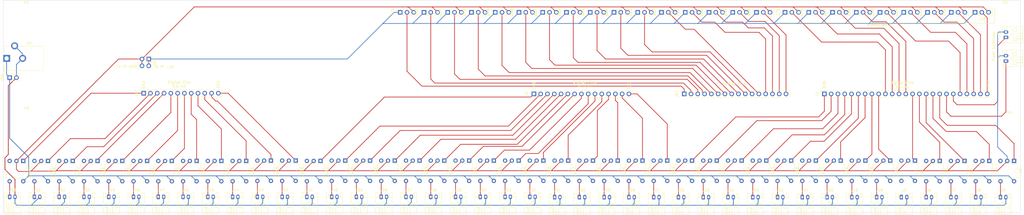
<source format=kicad_pcb>
(kicad_pcb (version 20171130) (host pcbnew 5.1.10-88a1d61d58~88~ubuntu20.04.1)
  (layers (0 F.Cu signal) (31 B.Cu signal) (34 B.Paste user) (35 F.Paste user) (36 B.SilkS user) (37 F.SilkS user) (38 B.Mask user) (39 F.Mask user) (44 Edge.Cuts user))
  (net 0 "")
  (net 1 D13)
  (net 2 D12)
  (net 3 D11)
  (net 4 D10)
  (net 5 D09)
  (net 6 D08)
  (net 7 D07)
  (net 8 D06)
  (net 9 D05)
  (net 10 D04)
  (net 11 D03)
  (net 12 D02)
  (net 13 D14)
  (net 14 D15)
  (net 15 D16)
  (net 16 D17)
  (net 17 D18)
  (net 18 D19)
  (net 19 D20)
  (net 20 D21)
  (net 21 D22)
  (net 22 D23)
  (net 23 D24)
  (net 24 D25)
  (net 25 D26)
  (net 26 D27)
  (net 27 D28)
  (net 28 D29)
  (net 29 D30)
  (net 30 D31)
  (net 31 D32)
  (net 32 D33)
  (net 33 D34)
  (net 34 D35)
  (net 35 D36)
  (net 36 D37)
  (net 37 D38)
  (net 38 D39)
  (net 39 D40)
  (net 40 D41)
  (net 41 D42)
  (net 42 D43)
  (net 43 D44)
  (net 44 D45)
  (net 45 D46)
  (net 46 D47)
  (net 47 D48)
  (net 48 D49)
  (net 49 D50)
  (net 50 D51)
  (net 51 D52)
  (net 52 D53)
  (net 53 GND2)
  (net 54 GND1)
  (net 55 Pump1)
  (net 56 Pump2)
  (net 57 Main1)
  (net 58 Main2)
  (net 59 Main3)
  (net 60 T9)
  (net 61 T10)
  (net 62 T11)
  (net 63 T12)
  (net 64 T13)
  (net 65 T14)
  (net 66 T15)
  (net 67 T16)
  (net 68 T17)
  (net 69 T18)
  (net 70 T19)
  (net 71 T20)
  (net 72 T21)
  (net 73 T22)
  (net 74 T23)
  (net 75 T24)
  (net 76 T25)
  (net 77 T26)
  (net 78 T27)
  (net 79 T28)
  (net 80 T29)
  (net 81 T30)
  (net 82 T31)
  (net 83 T32)
  (net 84 T33)
  (net 85 T34)
  (net 86 T35)
  (net 87 T36)
  (net 88 T37)
  (net 89 T38)
  (net 90 T39)
  (net 91 T40)
  (net 92 T41)
  (net 93 T42)
  (net 94 T43)
  (net 95 T44)
  (net 96 +12V)
  (net 97 +5V)
  (net 98 A0)
  (net 99 A1)
  (net 100 A2)
  (net 101 A3)
  (net 102 A4)
  (net 103 A5)
  (net 104 A6)
  (net 105 A7)
  (net 106 A8)
  (net 107 A9)
  (net 108 A10)
  (net 109 A11)
  (net 110 A12)
  (net 111 A13)
  (net 112 A14)
  (net 113 A15)
  (net 114 "Net-(U1-Pad3)")
  (net 115 "Net-(U2-Pad3)")
  (net 116 "Net-(U3-Pad3)")
  (net 117 "Net-(U4-Pad3)")
  (net 118 "Net-(U5-Pad3)")
  (net 119 "Net-(U14-Pad3)")
  (net 120 "Net-(U15-Pad3)")
  (net 121 "Net-(U16-Pad3)")
  (net 122 "Net-(U17-Pad3)")
  (net 123 "Net-(U18-Pad3)")
  (net 124 "Net-(U19-Pad3)")
  (net 125 "Net-(U20-Pad3)")
  (net 126 "Net-(U21-Pad3)")
  (net 127 "Net-(U22-Pad3)")
  (net 128 "Net-(U23-Pad3)")
  (net 129 "Net-(U24-Pad3)")
  (net 130 "Net-(U25-Pad3)")
  (net 131 "Net-(U26-Pad3)")
  (net 132 "Net-(U27-Pad3)")
  (net 133 "Net-(U28-Pad3)")
  (net 134 "Net-(U29-Pad3)")
  (net 135 "Net-(U30-Pad3)")
  (net 136 "Net-(U31-Pad3)")
  (net 137 "Net-(U32-Pad3)")
  (net 138 "Net-(U33-Pad3)")
  (net 139 "Net-(U34-Pad3)")
  (net 140 "Net-(U35-Pad3)")
  (net 141 "Net-(U36-Pad3)")
  (net 142 "Net-(U37-Pad3)")
  (net 143 "Net-(U38-Pad3)")
  (net 144 "Net-(U39-Pad3)")
  (net 145 "Net-(U40-Pad3)")
  (net 146 "Net-(U41-Pad3)")
  (net 147 "Net-(U42-Pad3)")
  (net 148 "Net-(U43-Pad3)")
  (net 149 "Net-(U44-Pad3)")
  (net 150 "Net-(U45-Pad3)")
  (net 151 "Net-(U46-Pad3)")
  (net 152 "Net-(U47-Pad3)")
  (net 153 "Net-(U48-Pad3)")
  (net 154 "Net-(U49-Pad3)")
  (module MountingHole:MountingHole_3.2mm_M3 (layer F.Cu) (at 341.376 125.857)
    (fp_text reference H4 (at 0 -4.2) (layer F.SilkS))
    (fp_text value MountingHole)
    (pad 1 np_thru_hole circle (at 0 0) (size 3.2 3.2) (drill 3.2) (layers *.Cu *.Mask))
  )
  (module Connector_JST:JST_PH_S2B-PH-K_1x02_P2.00mm_Horizontal (layer F.Cu) (at 198.882 153.416)
    (fp_text reference J28 (at 1 -2.55) (layer F.SilkS))
    (fp_text value Conn_01x02)
    (pad 2 thru_hole oval (at 2 0) (size 1.2 1.75) (drill 0.75) (layers *.Cu *.Mask) (net 54 GND1))
    (pad 1 thru_hole roundrect (at 0 0) (size 1.2 1.75) (drill 0.75) (layers *.Cu *.Mask) (roundrect_rratio 0.208333) (net 70 T19))
  )
  (module Connector_JST:JST_PH_S2B-PH-K_1x02_P2.00mm_Horizontal (layer F.Cu) (at 208.153 153.416)
    (fp_text reference J27 (at 1 -2.55) (layer F.SilkS))
    (fp_text value Conn_01x02)
    (pad 2 thru_hole oval (at 2 0) (size 1.2 1.75) (drill 0.75) (layers *.Cu *.Mask) (net 54 GND1))
    (pad 1 thru_hole roundrect (at 0 0) (size 1.2 1.75) (drill 0.75) (layers *.Cu *.Mask) (roundrect_rratio 0.208333) (net 69 T18))
  )
  (module Connector_JST:JST_PH_S2B-PH-K_1x02_P2.00mm_Horizontal (layer F.Cu) (at 217.424 153.416)
    (fp_text reference J26 (at 1 -2.55) (layer F.SilkS))
    (fp_text value Conn_01x02)
    (pad 2 thru_hole oval (at 2 0) (size 1.2 1.75) (drill 0.75) (layers *.Cu *.Mask) (net 54 GND1))
    (pad 1 thru_hole roundrect (at 0 0) (size 1.2 1.75) (drill 0.75) (layers *.Cu *.Mask) (roundrect_rratio 0.208333) (net 68 T17))
  )
  (module Connector_JST:JST_PH_S2B-PH-K_1x02_P2.00mm_Horizontal (layer F.Cu) (at 226.695 153.416)
    (fp_text reference J25 (at 1 -2.55) (layer F.SilkS))
    (fp_text value Conn_01x02)
    (pad 2 thru_hole oval (at 2 0) (size 1.2 1.75) (drill 0.75) (layers *.Cu *.Mask) (net 54 GND1))
    (pad 1 thru_hole roundrect (at 0 0) (size 1.2 1.75) (drill 0.75) (layers *.Cu *.Mask) (roundrect_rratio 0.208333) (net 67 T16))
  )
  (module Connector_JST:JST_PH_S2B-PH-K_1x02_P2.00mm_Horizontal (layer F.Cu) (at 235.966 153.416)
    (fp_text reference J24 (at 1 -2.55) (layer F.SilkS))
    (fp_text value Conn_01x02)
    (pad 2 thru_hole oval (at 2 0) (size 1.2 1.75) (drill 0.75) (layers *.Cu *.Mask) (net 54 GND1))
    (pad 1 thru_hole roundrect (at 0 0) (size 1.2 1.75) (drill 0.75) (layers *.Cu *.Mask) (roundrect_rratio 0.208333) (net 66 T15))
  )
  (module Connector_JST:JST_PH_S2B-PH-K_1x02_P2.00mm_Horizontal (layer F.Cu) (at 245.237 153.416)
    (fp_text reference J23 (at 1 -2.55) (layer F.SilkS))
    (fp_text value Conn_01x02)
    (pad 2 thru_hole oval (at 2 0) (size 1.2 1.75) (drill 0.75) (layers *.Cu *.Mask) (net 54 GND1))
    (pad 1 thru_hole roundrect (at 0 0) (size 1.2 1.75) (drill 0.75) (layers *.Cu *.Mask) (roundrect_rratio 0.208333) (net 65 T14))
  )
  (module Connector_JST:JST_PH_S2B-PH-K_1x02_P2.00mm_Horizontal (layer F.Cu) (at 254.508 153.416)
    (fp_text reference J22 (at 1 -2.55) (layer F.SilkS))
    (fp_text value Conn_01x02)
    (pad 2 thru_hole oval (at 2 0) (size 1.2 1.75) (drill 0.75) (layers *.Cu *.Mask) (net 54 GND1))
    (pad 1 thru_hole roundrect (at 0 0) (size 1.2 1.75) (drill 0.75) (layers *.Cu *.Mask) (roundrect_rratio 0.208333) (net 64 T13))
  )
  (module Connector_PinSocket_2.54mm:PinSocket_1x12_P2.54mm_Vertical (layer F.Cu) (at 17.272 114.427 90)
    (fp_text reference J12 (at 0 -2.77 90) (layer F.SilkS))
    (fp_text value Conn_01x12)
    (pad 12 thru_hole oval (at 0 27.94 90) (size 1.7 1.7) (drill 1) (layers *.Cu *.Mask) (net 41 D42))
    (pad 11 thru_hole oval (at 0 25.4 90) (size 1.7 1.7) (drill 1) (layers *.Cu *.Mask) (net 42 D43))
    (pad 10 thru_hole oval (at 0 22.86 90) (size 1.7 1.7) (drill 1) (layers *.Cu *.Mask) (net 43 D44))
    (pad 9 thru_hole oval (at 0 20.32 90) (size 1.7 1.7) (drill 1) (layers *.Cu *.Mask) (net 44 D45))
    (pad 8 thru_hole oval (at 0 17.78 90) (size 1.7 1.7) (drill 1) (layers *.Cu *.Mask) (net 45 D46))
    (pad 7 thru_hole oval (at 0 15.24 90) (size 1.7 1.7) (drill 1) (layers *.Cu *.Mask) (net 46 D47))
    (pad 6 thru_hole oval (at 0 12.7 90) (size 1.7 1.7) (drill 1) (layers *.Cu *.Mask) (net 47 D48))
    (pad 5 thru_hole oval (at 0 10.16 90) (size 1.7 1.7) (drill 1) (layers *.Cu *.Mask) (net 48 D49))
    (pad 4 thru_hole oval (at 0 7.62 90) (size 1.7 1.7) (drill 1) (layers *.Cu *.Mask) (net 49 D50))
    (pad 3 thru_hole oval (at 0 5.08 90) (size 1.7 1.7) (drill 1) (layers *.Cu *.Mask) (net 50 D51))
    (pad 2 thru_hole oval (at 0 2.54 90) (size 1.7 1.7) (drill 1) (layers *.Cu *.Mask) (net 51 D52))
    (pad 1 thru_hole rect (at 0 0 90) (size 1.7 1.7) (drill 1) (layers *.Cu *.Mask) (net 52 D53))
  )
  (module Connector_PinSocket_2.54mm:PinSocket_1x15_P2.54mm_Vertical (layer F.Cu) (at 163.322 114.681 90)
    (fp_text reference J2 (at 0 -2.77 90) (layer F.SilkS))
    (fp_text value Conn_01x15)
    (pad 15 thru_hole oval (at 0 35.56 90) (size 1.7 1.7) (drill 1) (layers *.Cu *.Mask) (net 26 D27))
    (pad 14 thru_hole oval (at 0 33.02 90) (size 1.7 1.7) (drill 1) (layers *.Cu *.Mask) (net 27 D28))
    (pad 13 thru_hole oval (at 0 30.48 90) (size 1.7 1.7) (drill 1) (layers *.Cu *.Mask) (net 28 D29))
    (pad 12 thru_hole oval (at 0 27.94 90) (size 1.7 1.7) (drill 1) (layers *.Cu *.Mask) (net 29 D30))
    (pad 11 thru_hole oval (at 0 25.4 90) (size 1.7 1.7) (drill 1) (layers *.Cu *.Mask) (net 30 D31))
    (pad 10 thru_hole oval (at 0 22.86 90) (size 1.7 1.7) (drill 1) (layers *.Cu *.Mask) (net 31 D32))
    (pad 9 thru_hole oval (at 0 20.32 90) (size 1.7 1.7) (drill 1) (layers *.Cu *.Mask) (net 32 D33))
    (pad 8 thru_hole oval (at 0 17.78 90) (size 1.7 1.7) (drill 1) (layers *.Cu *.Mask) (net 33 D34))
    (pad 7 thru_hole oval (at 0 15.24 90) (size 1.7 1.7) (drill 1) (layers *.Cu *.Mask) (net 34 D35))
    (pad 6 thru_hole oval (at 0 12.7 90) (size 1.7 1.7) (drill 1) (layers *.Cu *.Mask) (net 35 D36))
    (pad 5 thru_hole oval (at 0 10.16 90) (size 1.7 1.7) (drill 1) (layers *.Cu *.Mask) (net 36 D37))
    (pad 4 thru_hole oval (at 0 7.62 90) (size 1.7 1.7) (drill 1) (layers *.Cu *.Mask) (net 37 D38))
    (pad 3 thru_hole oval (at 0 5.08 90) (size 1.7 1.7) (drill 1) (layers *.Cu *.Mask) (net 38 D39))
    (pad 2 thru_hole oval (at 0 2.54 90) (size 1.7 1.7) (drill 1) (layers *.Cu *.Mask) (net 39 D40))
    (pad 1 thru_hole rect (at 0 0 90) (size 1.7 1.7) (drill 1) (layers *.Cu *.Mask) (net 40 D41))
  )
  (module MountingHole:MountingHole_3.2mm_M3 (layer F.Cu) (at 339.598 84.582)
    (fp_text reference H3 (at 0 -4.2) (layer F.SilkS))
    (fp_text value MountingHole)
    (pad 1 np_thru_hole circle (at 0 0) (size 3.2 3.2) (drill 3.2) (layers *.Cu *.Mask))
  )
  (module MountingHole:MountingHole_3.2mm_M3 (layer F.Cu) (at -26.543 124.206)
    (fp_text reference H2 (at 0 -4.2) (layer F.SilkS))
    (fp_text value MountingHole)
    (pad 1 np_thru_hole circle (at 0 0) (size 3.2 3.2) (drill 3.2) (layers *.Cu *.Mask))
  )
  (module MountingHole:MountingHole_3.2mm_M3 (layer F.Cu) (at -26.67 84.582)
    (fp_text reference H1 (at 0 -4.2) (layer F.SilkS))
    (fp_text value MountingHole)
    (pad 1 np_thru_hole circle (at 0 0) (size 3.2 3.2) (drill 3.2) (layers *.Cu *.Mask))
  )
  (module Connector_PinSocket_2.54mm:PinSocket_1x03_P2.54mm_Vertical (layer F.Cu) (at 328.422 84.074 90)
    (fp_text reference J10 (at -2.54 2.54 180) (layer F.SilkS))
    (fp_text value Conn_01x03)
    (pad 3 thru_hole oval (at 0 5.08 90) (size 1.7 1.7) (drill 1) (layers *.Cu *.Mask) (net 53 GND2))
    (pad 2 thru_hole oval (at 0 2.54 90) (size 1.7 1.7) (drill 1) (layers *.Cu *.Mask) (net 1 D13))
    (pad 1 thru_hole rect (at 0 0 90) (size 1.7 1.7) (drill 1) (layers *.Cu *.Mask) (net 97 +5V))
  )
  (module Connector_PinSocket_2.54mm:PinSocket_1x02_P2.54mm_Vertical (layer F.Cu) (at -32.893 108.585 90)
    (fp_text reference J56 (at 0 -2.77 90) (layer F.SilkS))
    (fp_text value Conn_01x02)
    (pad 2 thru_hole oval (at 0 2.54 90) (size 1.7 1.7) (drill 1) (layers *.Cu *.Mask) (net 54 GND1))
    (pad 1 thru_hole rect (at 0 0 90) (size 1.7 1.7) (drill 1) (layers *.Cu *.Mask) (net 96 +12V))
  )
  (module Connector_BarrelJack:BarrelJack_CUI_PJ-102AH_Horizontal (layer F.Cu) (at -34.036 101.346 90)
    (fp_text reference J54 (at 5.75 8.45) (layer F.SilkS))
    (fp_text value Barrel_Jack_Switch)
    (pad 3 thru_hole circle (at 4.7 3 90) (size 2.6 2.6) (drill 1.6) (layers *.Cu *.Mask) (net 54 GND1))
    (pad 2 thru_hole circle (at 0 6 90) (size 2.6 2.6) (drill 1.6) (layers *.Cu *.Mask) (net 54 GND1))
    (pad 1 thru_hole rect (at 0 0 90) (size 2.6 2.6) (drill 1.6) (layers *.Cu *.Mask) (net 96 +12V))
  )
  (module Connector_PinSocket_2.54mm:PinSocket_1x03_P2.54mm_Vertical (layer F.Cu) (at 257.302 84.074 90)
    (fp_text reference J75 (at 0 -2.77 90) (layer F.SilkS))
    (fp_text value Conn_01x03)
    (pad 3 thru_hole oval (at 0 5.08 90) (size 1.7 1.7) (drill 1) (layers *.Cu *.Mask) (net 53 GND2))
    (pad 2 thru_hole oval (at 0 2.54 90) (size 1.7 1.7) (drill 1) (layers *.Cu *.Mask) (net 16 D17))
    (pad 1 thru_hole rect (at 0 0 90) (size 1.7 1.7) (drill 1) (layers *.Cu *.Mask) (net 97 +5V))
  )
  (module Connector_PinSocket_2.54mm:PinSocket_1x03_P2.54mm_Vertical (layer F.Cu) (at 266.192 84.074 90)
    (fp_text reference J74 (at 0 -2.77 90) (layer F.SilkS))
    (fp_text value Conn_01x03)
    (pad 3 thru_hole oval (at 0 5.08 90) (size 1.7 1.7) (drill 1) (layers *.Cu *.Mask) (net 53 GND2))
    (pad 2 thru_hole oval (at 0 2.54 90) (size 1.7 1.7) (drill 1) (layers *.Cu *.Mask) (net 15 D16))
    (pad 1 thru_hole rect (at 0 0 90) (size 1.7 1.7) (drill 1) (layers *.Cu *.Mask) (net 97 +5V))
  )
  (module Connector_PinSocket_2.54mm:PinSocket_1x03_P2.54mm_Vertical (layer F.Cu) (at 275.082 84.074 90)
    (fp_text reference J17 (at 0 -2.77 90) (layer F.SilkS))
    (fp_text value Conn_01x03)
    (pad 3 thru_hole oval (at 0 5.08 90) (size 1.7 1.7) (drill 1) (layers *.Cu *.Mask) (net 53 GND2))
    (pad 2 thru_hole oval (at 0 2.54 90) (size 1.7 1.7) (drill 1) (layers *.Cu *.Mask) (net 14 D15))
    (pad 1 thru_hole rect (at 0 0 90) (size 1.7 1.7) (drill 1) (layers *.Cu *.Mask) (net 97 +5V))
  )
  (module Connector_PinSocket_2.54mm:PinSocket_1x03_P2.54mm_Vertical (layer F.Cu) (at 283.972 84.074 90)
    (fp_text reference J16 (at 0 -2.77 90) (layer F.SilkS))
    (fp_text value Conn_01x03)
    (pad 3 thru_hole oval (at 0 5.08 90) (size 1.7 1.7) (drill 1) (layers *.Cu *.Mask) (net 53 GND2))
    (pad 2 thru_hole oval (at 0 2.54 90) (size 1.7 1.7) (drill 1) (layers *.Cu *.Mask) (net 13 D14))
    (pad 1 thru_hole rect (at 0 0 90) (size 1.7 1.7) (drill 1) (layers *.Cu *.Mask) (net 97 +5V))
  )
  (module Connector_PinSocket_2.54mm:PinSocket_1x03_P2.54mm_Vertical (layer F.Cu) (at 292.862 84.074 90)
    (fp_text reference J15 (at 0 -2.77 90) (layer F.SilkS))
    (fp_text value Conn_01x03)
    (pad 3 thru_hole oval (at 0 5.08 90) (size 1.7 1.7) (drill 1) (layers *.Cu *.Mask) (net 53 GND2))
    (pad 2 thru_hole oval (at 0 2.54 90) (size 1.7 1.7) (drill 1) (layers *.Cu *.Mask) (net 5 D09))
    (pad 1 thru_hole rect (at 0 0 90) (size 1.7 1.7) (drill 1) (layers *.Cu *.Mask) (net 97 +5V))
  )
  (module Connector_PinSocket_2.54mm:PinSocket_1x03_P2.54mm_Vertical (layer F.Cu) (at 301.752 84.074 90)
    (fp_text reference J14 (at 0 -2.77 90) (layer F.SilkS))
    (fp_text value Conn_01x03)
    (pad 3 thru_hole oval (at 0 5.08 90) (size 1.7 1.7) (drill 1) (layers *.Cu *.Mask) (net 53 GND2))
    (pad 2 thru_hole oval (at 0 2.54 90) (size 1.7 1.7) (drill 1) (layers *.Cu *.Mask) (net 4 D10))
    (pad 1 thru_hole rect (at 0 0 90) (size 1.7 1.7) (drill 1) (layers *.Cu *.Mask) (net 97 +5V))
  )
  (module Connector_PinSocket_2.54mm:PinSocket_1x03_P2.54mm_Vertical (layer F.Cu) (at 310.642 84.074 90)
    (fp_text reference J13 (at 0 -2.77 90) (layer F.SilkS))
    (fp_text value Conn_01x03)
    (pad 3 thru_hole oval (at 0 5.08 90) (size 1.7 1.7) (drill 1) (layers *.Cu *.Mask) (net 53 GND2))
    (pad 2 thru_hole oval (at 0 2.54 90) (size 1.7 1.7) (drill 1) (layers *.Cu *.Mask) (net 3 D11))
    (pad 1 thru_hole rect (at 0 0 90) (size 1.7 1.7) (drill 1) (layers *.Cu *.Mask) (net 97 +5V))
  )
  (module Connector_PinSocket_2.54mm:PinSocket_1x03_P2.54mm_Vertical (layer F.Cu) (at 319.532 84.074 90)
    (fp_text reference J11 (at 0 -2.77 90) (layer F.SilkS))
    (fp_text value Conn_01x03)
    (pad 3 thru_hole oval (at 0 5.08 90) (size 1.7 1.7) (drill 1) (layers *.Cu *.Mask) (net 53 GND2))
    (pad 2 thru_hole oval (at 0 2.54 90) (size 1.7 1.7) (drill 1) (layers *.Cu *.Mask) (net 2 D12))
    (pad 1 thru_hole rect (at 0 0 90) (size 1.7 1.7) (drill 1) (layers *.Cu *.Mask) (net 97 +5V))
  )
  (module Package_DIP:DIP-5-6_W7.62mm (layer F.Cu) (at -27.813 139.827 270)
    (fp_text reference U49 (at 3.81 -2.33 90) (layer F.SilkS))
    (fp_text value TLP3542)
    (pad 6 thru_hole oval (at 7.62 0 270) (size 1.6 1.6) (drill 0.8) (layers *.Cu *.Mask) (net 96 +12V))
    (pad 3 thru_hole oval (at 0 5.08 270) (size 1.6 1.6) (drill 0.8) (layers *.Cu *.Mask) (net 154 "Net-(U49-Pad3)"))
    (pad 2 thru_hole oval (at 0 2.54 270) (size 1.6 1.6) (drill 0.8) (layers *.Cu *.Mask) (net 53 GND2))
    (pad 4 thru_hole oval (at 7.62 5.08 270) (size 1.6 1.6) (drill 0.8) (layers *.Cu *.Mask) (net 95 T44))
    (pad 1 thru_hole rect (at 0 0 270) (size 1.6 1.6) (drill 0.8) (layers *.Cu *.Mask) (net 52 D53))
  )
  (module Package_DIP:DIP-5-6_W7.62mm (layer F.Cu) (at -18.542 139.827 270)
    (fp_text reference U48 (at 3.81 -2.33 90) (layer F.SilkS))
    (fp_text value TLP3542)
    (pad 6 thru_hole oval (at 7.62 0 270) (size 1.6 1.6) (drill 0.8) (layers *.Cu *.Mask) (net 96 +12V))
    (pad 3 thru_hole oval (at 0 5.08 270) (size 1.6 1.6) (drill 0.8) (layers *.Cu *.Mask) (net 153 "Net-(U48-Pad3)"))
    (pad 2 thru_hole oval (at 0 2.54 270) (size 1.6 1.6) (drill 0.8) (layers *.Cu *.Mask) (net 53 GND2))
    (pad 4 thru_hole oval (at 7.62 5.08 270) (size 1.6 1.6) (drill 0.8) (layers *.Cu *.Mask) (net 94 T43))
    (pad 1 thru_hole rect (at 0 0 270) (size 1.6 1.6) (drill 0.8) (layers *.Cu *.Mask) (net 51 D52))
  )
  (module Package_DIP:DIP-5-6_W7.62mm (layer F.Cu) (at -9.271 139.827 270)
    (fp_text reference U47 (at 3.81 -2.33 90) (layer F.SilkS))
    (fp_text value TLP3542)
    (pad 6 thru_hole oval (at 7.62 0 270) (size 1.6 1.6) (drill 0.8) (layers *.Cu *.Mask) (net 96 +12V))
    (pad 3 thru_hole oval (at 0 5.08 270) (size 1.6 1.6) (drill 0.8) (layers *.Cu *.Mask) (net 152 "Net-(U47-Pad3)"))
    (pad 2 thru_hole oval (at 0 2.54 270) (size 1.6 1.6) (drill 0.8) (layers *.Cu *.Mask) (net 53 GND2))
    (pad 4 thru_hole oval (at 7.62 5.08 270) (size 1.6 1.6) (drill 0.8) (layers *.Cu *.Mask) (net 93 T42))
    (pad 1 thru_hole rect (at 0 0 270) (size 1.6 1.6) (drill 0.8) (layers *.Cu *.Mask) (net 50 D51))
  )
  (module Package_DIP:DIP-5-6_W7.62mm (layer F.Cu) (at 0 139.827 270)
    (fp_text reference U46 (at 3.81 -2.33 90) (layer F.SilkS))
    (fp_text value TLP3542)
    (pad 6 thru_hole oval (at 7.62 0 270) (size 1.6 1.6) (drill 0.8) (layers *.Cu *.Mask) (net 96 +12V))
    (pad 3 thru_hole oval (at 0 5.08 270) (size 1.6 1.6) (drill 0.8) (layers *.Cu *.Mask) (net 151 "Net-(U46-Pad3)"))
    (pad 2 thru_hole oval (at 0 2.54 270) (size 1.6 1.6) (drill 0.8) (layers *.Cu *.Mask) (net 53 GND2))
    (pad 4 thru_hole oval (at 7.62 5.08 270) (size 1.6 1.6) (drill 0.8) (layers *.Cu *.Mask) (net 92 T41))
    (pad 1 thru_hole rect (at 0 0 270) (size 1.6 1.6) (drill 0.8) (layers *.Cu *.Mask) (net 49 D50))
  )
  (module Package_DIP:DIP-5-6_W7.62mm (layer F.Cu) (at 9.271 139.827 270)
    (fp_text reference U45 (at 3.81 -2.33 90) (layer F.SilkS))
    (fp_text value TLP3542)
    (pad 6 thru_hole oval (at 7.62 0 270) (size 1.6 1.6) (drill 0.8) (layers *.Cu *.Mask) (net 96 +12V))
    (pad 3 thru_hole oval (at 0 5.08 270) (size 1.6 1.6) (drill 0.8) (layers *.Cu *.Mask) (net 150 "Net-(U45-Pad3)"))
    (pad 2 thru_hole oval (at 0 2.54 270) (size 1.6 1.6) (drill 0.8) (layers *.Cu *.Mask) (net 53 GND2))
    (pad 4 thru_hole oval (at 7.62 5.08 270) (size 1.6 1.6) (drill 0.8) (layers *.Cu *.Mask) (net 91 T40))
    (pad 1 thru_hole rect (at 0 0 270) (size 1.6 1.6) (drill 0.8) (layers *.Cu *.Mask) (net 48 D49))
  )
  (module Package_DIP:DIP-5-6_W7.62mm (layer F.Cu) (at 18.542 139.827 270)
    (fp_text reference U44 (at 3.81 -2.33 90) (layer F.SilkS))
    (fp_text value TLP3542)
    (pad 6 thru_hole oval (at 7.62 0 270) (size 1.6 1.6) (drill 0.8) (layers *.Cu *.Mask) (net 96 +12V))
    (pad 3 thru_hole oval (at 0 5.08 270) (size 1.6 1.6) (drill 0.8) (layers *.Cu *.Mask) (net 149 "Net-(U44-Pad3)"))
    (pad 2 thru_hole oval (at 0 2.54 270) (size 1.6 1.6) (drill 0.8) (layers *.Cu *.Mask) (net 53 GND2))
    (pad 4 thru_hole oval (at 7.62 5.08 270) (size 1.6 1.6) (drill 0.8) (layers *.Cu *.Mask) (net 90 T39))
    (pad 1 thru_hole rect (at 0 0 270) (size 1.6 1.6) (drill 0.8) (layers *.Cu *.Mask) (net 47 D48))
  )
  (module Package_DIP:DIP-5-6_W7.62mm (layer F.Cu) (at 27.813 139.827 270)
    (fp_text reference U43 (at 3.81 -2.33 90) (layer F.SilkS))
    (fp_text value TLP3542)
    (pad 6 thru_hole oval (at 7.62 0 270) (size 1.6 1.6) (drill 0.8) (layers *.Cu *.Mask) (net 96 +12V))
    (pad 3 thru_hole oval (at 0 5.08 270) (size 1.6 1.6) (drill 0.8) (layers *.Cu *.Mask) (net 148 "Net-(U43-Pad3)"))
    (pad 2 thru_hole oval (at 0 2.54 270) (size 1.6 1.6) (drill 0.8) (layers *.Cu *.Mask) (net 53 GND2))
    (pad 4 thru_hole oval (at 7.62 5.08 270) (size 1.6 1.6) (drill 0.8) (layers *.Cu *.Mask) (net 89 T38))
    (pad 1 thru_hole rect (at 0 0 270) (size 1.6 1.6) (drill 0.8) (layers *.Cu *.Mask) (net 46 D47))
  )
  (module Package_DIP:DIP-5-6_W7.62mm (layer F.Cu) (at 37.084 139.827 270)
    (fp_text reference U42 (at 3.81 -2.33 90) (layer F.SilkS))
    (fp_text value TLP3542)
    (pad 6 thru_hole oval (at 7.62 0 270) (size 1.6 1.6) (drill 0.8) (layers *.Cu *.Mask) (net 96 +12V))
    (pad 3 thru_hole oval (at 0 5.08 270) (size 1.6 1.6) (drill 0.8) (layers *.Cu *.Mask) (net 147 "Net-(U42-Pad3)"))
    (pad 2 thru_hole oval (at 0 2.54 270) (size 1.6 1.6) (drill 0.8) (layers *.Cu *.Mask) (net 53 GND2))
    (pad 4 thru_hole oval (at 7.62 5.08 270) (size 1.6 1.6) (drill 0.8) (layers *.Cu *.Mask) (net 88 T37))
    (pad 1 thru_hole rect (at 0 0 270) (size 1.6 1.6) (drill 0.8) (layers *.Cu *.Mask) (net 45 D46))
  )
  (module Package_DIP:DIP-5-6_W7.62mm (layer F.Cu) (at 46.355 139.827 270)
    (fp_text reference U41 (at 3.81 -2.33 90) (layer F.SilkS))
    (fp_text value TLP3542)
    (pad 6 thru_hole oval (at 7.62 0 270) (size 1.6 1.6) (drill 0.8) (layers *.Cu *.Mask) (net 96 +12V))
    (pad 3 thru_hole oval (at 0 5.08 270) (size 1.6 1.6) (drill 0.8) (layers *.Cu *.Mask) (net 146 "Net-(U41-Pad3)"))
    (pad 2 thru_hole oval (at 0 2.54 270) (size 1.6 1.6) (drill 0.8) (layers *.Cu *.Mask) (net 53 GND2))
    (pad 4 thru_hole oval (at 7.62 5.08 270) (size 1.6 1.6) (drill 0.8) (layers *.Cu *.Mask) (net 87 T36))
    (pad 1 thru_hole rect (at 0 0 270) (size 1.6 1.6) (drill 0.8) (layers *.Cu *.Mask) (net 44 D45))
  )
  (module Package_DIP:DIP-5-6_W7.62mm (layer F.Cu) (at 55.626 139.827 270)
    (fp_text reference U40 (at 3.81 -2.33 90) (layer F.SilkS))
    (fp_text value TLP3542)
    (pad 6 thru_hole oval (at 7.62 0 270) (size 1.6 1.6) (drill 0.8) (layers *.Cu *.Mask) (net 96 +12V))
    (pad 3 thru_hole oval (at 0 5.08 270) (size 1.6 1.6) (drill 0.8) (layers *.Cu *.Mask) (net 145 "Net-(U40-Pad3)"))
    (pad 2 thru_hole oval (at 0 2.54 270) (size 1.6 1.6) (drill 0.8) (layers *.Cu *.Mask) (net 53 GND2))
    (pad 4 thru_hole oval (at 7.62 5.08 270) (size 1.6 1.6) (drill 0.8) (layers *.Cu *.Mask) (net 86 T35))
    (pad 1 thru_hole rect (at 0 0 270) (size 1.6 1.6) (drill 0.8) (layers *.Cu *.Mask) (net 43 D44))
  )
  (module Package_DIP:DIP-5-6_W7.62mm (layer F.Cu) (at 64.897 139.7 270)
    (fp_text reference U39 (at 3.81 -2.33 90) (layer F.SilkS))
    (fp_text value TLP3542)
    (pad 6 thru_hole oval (at 7.62 0 270) (size 1.6 1.6) (drill 0.8) (layers *.Cu *.Mask) (net 96 +12V))
    (pad 3 thru_hole oval (at 0 5.08 270) (size 1.6 1.6) (drill 0.8) (layers *.Cu *.Mask) (net 144 "Net-(U39-Pad3)"))
    (pad 2 thru_hole oval (at 0 2.54 270) (size 1.6 1.6) (drill 0.8) (layers *.Cu *.Mask) (net 53 GND2))
    (pad 4 thru_hole oval (at 7.62 5.08 270) (size 1.6 1.6) (drill 0.8) (layers *.Cu *.Mask) (net 85 T34))
    (pad 1 thru_hole rect (at 0 0 270) (size 1.6 1.6) (drill 0.8) (layers *.Cu *.Mask) (net 42 D43))
  )
  (module Package_DIP:DIP-5-6_W7.62mm (layer F.Cu) (at 74.168 139.7 270)
    (fp_text reference U38 (at 3.81 -2.33 90) (layer F.SilkS))
    (fp_text value TLP3542)
    (pad 6 thru_hole oval (at 7.62 0 270) (size 1.6 1.6) (drill 0.8) (layers *.Cu *.Mask) (net 96 +12V))
    (pad 3 thru_hole oval (at 0 5.08 270) (size 1.6 1.6) (drill 0.8) (layers *.Cu *.Mask) (net 143 "Net-(U38-Pad3)"))
    (pad 2 thru_hole oval (at 0 2.54 270) (size 1.6 1.6) (drill 0.8) (layers *.Cu *.Mask) (net 53 GND2))
    (pad 4 thru_hole oval (at 7.62 5.08 270) (size 1.6 1.6) (drill 0.8) (layers *.Cu *.Mask) (net 84 T33))
    (pad 1 thru_hole rect (at 0 0 270) (size 1.6 1.6) (drill 0.8) (layers *.Cu *.Mask) (net 41 D42))
  )
  (module Package_DIP:DIP-5-6_W7.62mm (layer F.Cu) (at 83.439 139.827 270)
    (fp_text reference U37 (at 3.81 -2.33 90) (layer F.SilkS))
    (fp_text value TLP3542)
    (pad 6 thru_hole oval (at 7.62 0 270) (size 1.6 1.6) (drill 0.8) (layers *.Cu *.Mask) (net 96 +12V))
    (pad 3 thru_hole oval (at 0 5.08 270) (size 1.6 1.6) (drill 0.8) (layers *.Cu *.Mask) (net 142 "Net-(U37-Pad3)"))
    (pad 2 thru_hole oval (at 0 2.54 270) (size 1.6 1.6) (drill 0.8) (layers *.Cu *.Mask) (net 53 GND2))
    (pad 4 thru_hole oval (at 7.62 5.08 270) (size 1.6 1.6) (drill 0.8) (layers *.Cu *.Mask) (net 83 T32))
    (pad 1 thru_hole rect (at 0 0 270) (size 1.6 1.6) (drill 0.8) (layers *.Cu *.Mask) (net 40 D41))
  )
  (module Package_DIP:DIP-5-6_W7.62mm (layer F.Cu) (at 92.71 139.7 270)
    (fp_text reference U36 (at 3.81 -2.33 90) (layer F.SilkS))
    (fp_text value TLP3542)
    (pad 6 thru_hole oval (at 7.62 0 270) (size 1.6 1.6) (drill 0.8) (layers *.Cu *.Mask) (net 96 +12V))
    (pad 3 thru_hole oval (at 0 5.08 270) (size 1.6 1.6) (drill 0.8) (layers *.Cu *.Mask) (net 141 "Net-(U36-Pad3)"))
    (pad 2 thru_hole oval (at 0 2.54 270) (size 1.6 1.6) (drill 0.8) (layers *.Cu *.Mask) (net 53 GND2))
    (pad 4 thru_hole oval (at 7.62 5.08 270) (size 1.6 1.6) (drill 0.8) (layers *.Cu *.Mask) (net 82 T31))
    (pad 1 thru_hole rect (at 0 0 270) (size 1.6 1.6) (drill 0.8) (layers *.Cu *.Mask) (net 39 D40))
  )
  (module Package_DIP:DIP-5-6_W7.62mm (layer F.Cu) (at 101.981 139.7 270)
    (fp_text reference U35 (at 3.81 -2.33 90) (layer F.SilkS))
    (fp_text value TLP3542)
    (pad 6 thru_hole oval (at 7.62 0 270) (size 1.6 1.6) (drill 0.8) (layers *.Cu *.Mask) (net 96 +12V))
    (pad 3 thru_hole oval (at 0 5.08 270) (size 1.6 1.6) (drill 0.8) (layers *.Cu *.Mask) (net 140 "Net-(U35-Pad3)"))
    (pad 2 thru_hole oval (at 0 2.54 270) (size 1.6 1.6) (drill 0.8) (layers *.Cu *.Mask) (net 53 GND2))
    (pad 4 thru_hole oval (at 7.62 5.08 270) (size 1.6 1.6) (drill 0.8) (layers *.Cu *.Mask) (net 81 T30))
    (pad 1 thru_hole rect (at 0 0 270) (size 1.6 1.6) (drill 0.8) (layers *.Cu *.Mask) (net 38 D39))
  )
  (module Package_DIP:DIP-5-6_W7.62mm (layer F.Cu) (at 111.252 139.7 270)
    (fp_text reference U34 (at 3.81 -2.33 90) (layer F.SilkS))
    (fp_text value TLP3542)
    (pad 6 thru_hole oval (at 7.62 0 270) (size 1.6 1.6) (drill 0.8) (layers *.Cu *.Mask) (net 96 +12V))
    (pad 3 thru_hole oval (at 0 5.08 270) (size 1.6 1.6) (drill 0.8) (layers *.Cu *.Mask) (net 139 "Net-(U34-Pad3)"))
    (pad 2 thru_hole oval (at 0 2.54 270) (size 1.6 1.6) (drill 0.8) (layers *.Cu *.Mask) (net 53 GND2))
    (pad 4 thru_hole oval (at 7.62 5.08 270) (size 1.6 1.6) (drill 0.8) (layers *.Cu *.Mask) (net 80 T29))
    (pad 1 thru_hole rect (at 0 0 270) (size 1.6 1.6) (drill 0.8) (layers *.Cu *.Mask) (net 37 D38))
  )
  (module Package_DIP:DIP-5-6_W7.62mm (layer F.Cu) (at 120.523 139.7 270)
    (fp_text reference U33 (at 3.81 -2.33 90) (layer F.SilkS))
    (fp_text value TLP3542)
    (pad 6 thru_hole oval (at 7.62 0 270) (size 1.6 1.6) (drill 0.8) (layers *.Cu *.Mask) (net 96 +12V))
    (pad 3 thru_hole oval (at 0 5.08 270) (size 1.6 1.6) (drill 0.8) (layers *.Cu *.Mask) (net 138 "Net-(U33-Pad3)"))
    (pad 2 thru_hole oval (at 0 2.54 270) (size 1.6 1.6) (drill 0.8) (layers *.Cu *.Mask) (net 53 GND2))
    (pad 4 thru_hole oval (at 7.62 5.08 270) (size 1.6 1.6) (drill 0.8) (layers *.Cu *.Mask) (net 79 T28))
    (pad 1 thru_hole rect (at 0 0 270) (size 1.6 1.6) (drill 0.8) (layers *.Cu *.Mask) (net 36 D37))
  )
  (module Package_DIP:DIP-5-6_W7.62mm (layer F.Cu) (at 129.794 139.7 270)
    (fp_text reference U32 (at 3.81 -2.33 90) (layer F.SilkS))
    (fp_text value TLP3542)
    (pad 6 thru_hole oval (at 7.62 0 270) (size 1.6 1.6) (drill 0.8) (layers *.Cu *.Mask) (net 96 +12V))
    (pad 3 thru_hole oval (at 0 5.08 270) (size 1.6 1.6) (drill 0.8) (layers *.Cu *.Mask) (net 137 "Net-(U32-Pad3)"))
    (pad 2 thru_hole oval (at 0 2.54 270) (size 1.6 1.6) (drill 0.8) (layers *.Cu *.Mask) (net 53 GND2))
    (pad 4 thru_hole oval (at 7.62 5.08 270) (size 1.6 1.6) (drill 0.8) (layers *.Cu *.Mask) (net 78 T27))
    (pad 1 thru_hole rect (at 0 0 270) (size 1.6 1.6) (drill 0.8) (layers *.Cu *.Mask) (net 35 D36))
  )
  (module Package_DIP:DIP-5-6_W7.62mm (layer F.Cu) (at 139.065 139.7 270)
    (fp_text reference U31 (at 3.81 -2.33 90) (layer F.SilkS))
    (fp_text value TLP3542)
    (pad 6 thru_hole oval (at 7.62 0 270) (size 1.6 1.6) (drill 0.8) (layers *.Cu *.Mask) (net 96 +12V))
    (pad 3 thru_hole oval (at 0 5.08 270) (size 1.6 1.6) (drill 0.8) (layers *.Cu *.Mask) (net 136 "Net-(U31-Pad3)"))
    (pad 2 thru_hole oval (at 0 2.54 270) (size 1.6 1.6) (drill 0.8) (layers *.Cu *.Mask) (net 53 GND2))
    (pad 4 thru_hole oval (at 7.62 5.08 270) (size 1.6 1.6) (drill 0.8) (layers *.Cu *.Mask) (net 77 T26))
    (pad 1 thru_hole rect (at 0 0 270) (size 1.6 1.6) (drill 0.8) (layers *.Cu *.Mask) (net 34 D35))
  )
  (module Package_DIP:DIP-5-6_W7.62mm (layer F.Cu) (at 148.336 139.7 270)
    (fp_text reference U30 (at 3.81 -2.33 90) (layer F.SilkS))
    (fp_text value TLP3542)
    (pad 6 thru_hole oval (at 7.62 0 270) (size 1.6 1.6) (drill 0.8) (layers *.Cu *.Mask) (net 96 +12V))
    (pad 3 thru_hole oval (at 0 5.08 270) (size 1.6 1.6) (drill 0.8) (layers *.Cu *.Mask) (net 135 "Net-(U30-Pad3)"))
    (pad 2 thru_hole oval (at 0 2.54 270) (size 1.6 1.6) (drill 0.8) (layers *.Cu *.Mask) (net 53 GND2))
    (pad 4 thru_hole oval (at 7.62 5.08 270) (size 1.6 1.6) (drill 0.8) (layers *.Cu *.Mask) (net 76 T25))
    (pad 1 thru_hole rect (at 0 0 270) (size 1.6 1.6) (drill 0.8) (layers *.Cu *.Mask) (net 33 D34))
  )
  (module Package_DIP:DIP-5-6_W7.62mm (layer F.Cu) (at 157.607 139.7 270)
    (fp_text reference U29 (at 3.81 -2.33 90) (layer F.SilkS))
    (fp_text value TLP3542)
    (pad 6 thru_hole oval (at 7.62 0 270) (size 1.6 1.6) (drill 0.8) (layers *.Cu *.Mask) (net 96 +12V))
    (pad 3 thru_hole oval (at 0 5.08 270) (size 1.6 1.6) (drill 0.8) (layers *.Cu *.Mask) (net 134 "Net-(U29-Pad3)"))
    (pad 2 thru_hole oval (at 0 2.54 270) (size 1.6 1.6) (drill 0.8) (layers *.Cu *.Mask) (net 53 GND2))
    (pad 4 thru_hole oval (at 7.62 5.08 270) (size 1.6 1.6) (drill 0.8) (layers *.Cu *.Mask) (net 75 T24))
    (pad 1 thru_hole rect (at 0 0 270) (size 1.6 1.6) (drill 0.8) (layers *.Cu *.Mask) (net 32 D33))
  )
  (module Package_DIP:DIP-5-6_W7.62mm (layer F.Cu) (at 166.878 139.7 270)
    (fp_text reference U28 (at 3.81 -2.33 90) (layer F.SilkS))
    (fp_text value TLP3542)
    (pad 6 thru_hole oval (at 7.62 0 270) (size 1.6 1.6) (drill 0.8) (layers *.Cu *.Mask) (net 96 +12V))
    (pad 3 thru_hole oval (at 0 5.08 270) (size 1.6 1.6) (drill 0.8) (layers *.Cu *.Mask) (net 133 "Net-(U28-Pad3)"))
    (pad 2 thru_hole oval (at 0 2.54 270) (size 1.6 1.6) (drill 0.8) (layers *.Cu *.Mask) (net 53 GND2))
    (pad 4 thru_hole oval (at 7.62 5.08 270) (size 1.6 1.6) (drill 0.8) (layers *.Cu *.Mask) (net 74 T23))
    (pad 1 thru_hole rect (at 0 0 270) (size 1.6 1.6) (drill 0.8) (layers *.Cu *.Mask) (net 31 D32))
  )
  (module Package_DIP:DIP-5-6_W7.62mm (layer F.Cu) (at 176.149 139.7 270)
    (fp_text reference U27 (at 3.81 -2.33 90) (layer F.SilkS))
    (fp_text value TLP3542)
    (pad 6 thru_hole oval (at 7.62 0 270) (size 1.6 1.6) (drill 0.8) (layers *.Cu *.Mask) (net 96 +12V))
    (pad 3 thru_hole oval (at 0 5.08 270) (size 1.6 1.6) (drill 0.8) (layers *.Cu *.Mask) (net 132 "Net-(U27-Pad3)"))
    (pad 2 thru_hole oval (at 0 2.54 270) (size 1.6 1.6) (drill 0.8) (layers *.Cu *.Mask) (net 53 GND2))
    (pad 4 thru_hole oval (at 7.62 5.08 270) (size 1.6 1.6) (drill 0.8) (layers *.Cu *.Mask) (net 73 T22))
    (pad 1 thru_hole rect (at 0 0 270) (size 1.6 1.6) (drill 0.8) (layers *.Cu *.Mask) (net 30 D31))
  )
  (module Package_DIP:DIP-5-6_W7.62mm (layer F.Cu) (at 185.42 139.7 270)
    (fp_text reference U26 (at 3.81 -2.33 90) (layer F.SilkS))
    (fp_text value TLP3542)
    (pad 6 thru_hole oval (at 7.62 0 270) (size 1.6 1.6) (drill 0.8) (layers *.Cu *.Mask) (net 96 +12V))
    (pad 3 thru_hole oval (at 0 5.08 270) (size 1.6 1.6) (drill 0.8) (layers *.Cu *.Mask) (net 131 "Net-(U26-Pad3)"))
    (pad 2 thru_hole oval (at 0 2.54 270) (size 1.6 1.6) (drill 0.8) (layers *.Cu *.Mask) (net 53 GND2))
    (pad 4 thru_hole oval (at 7.62 5.08 270) (size 1.6 1.6) (drill 0.8) (layers *.Cu *.Mask) (net 72 T21))
    (pad 1 thru_hole rect (at 0 0 270) (size 1.6 1.6) (drill 0.8) (layers *.Cu *.Mask) (net 29 D30))
  )
  (module Package_DIP:DIP-5-6_W7.62mm (layer F.Cu) (at 194.691 139.7 270)
    (fp_text reference U25 (at 3.81 -2.33 90) (layer F.SilkS))
    (fp_text value TLP3542)
    (pad 6 thru_hole oval (at 7.62 0 270) (size 1.6 1.6) (drill 0.8) (layers *.Cu *.Mask) (net 96 +12V))
    (pad 3 thru_hole oval (at 0 5.08 270) (size 1.6 1.6) (drill 0.8) (layers *.Cu *.Mask) (net 130 "Net-(U25-Pad3)"))
    (pad 2 thru_hole oval (at 0 2.54 270) (size 1.6 1.6) (drill 0.8) (layers *.Cu *.Mask) (net 53 GND2))
    (pad 4 thru_hole oval (at 7.62 5.08 270) (size 1.6 1.6) (drill 0.8) (layers *.Cu *.Mask) (net 71 T20))
    (pad 1 thru_hole rect (at 0 0 270) (size 1.6 1.6) (drill 0.8) (layers *.Cu *.Mask) (net 28 D29))
  )
  (module Package_DIP:DIP-5-6_W7.62mm (layer F.Cu) (at 203.962 139.7 270)
    (fp_text reference U24 (at 3.81 -2.33 90) (layer F.SilkS))
    (fp_text value TLP3542)
    (pad 6 thru_hole oval (at 7.62 0 270) (size 1.6 1.6) (drill 0.8) (layers *.Cu *.Mask) (net 96 +12V))
    (pad 3 thru_hole oval (at 0 5.08 270) (size 1.6 1.6) (drill 0.8) (layers *.Cu *.Mask) (net 129 "Net-(U24-Pad3)"))
    (pad 2 thru_hole oval (at 0 2.54 270) (size 1.6 1.6) (drill 0.8) (layers *.Cu *.Mask) (net 53 GND2))
    (pad 4 thru_hole oval (at 7.62 5.08 270) (size 1.6 1.6) (drill 0.8) (layers *.Cu *.Mask) (net 70 T19))
    (pad 1 thru_hole rect (at 0 0 270) (size 1.6 1.6) (drill 0.8) (layers *.Cu *.Mask) (net 27 D28))
  )
  (module Package_DIP:DIP-5-6_W7.62mm (layer F.Cu) (at 213.233 139.7 270)
    (fp_text reference U23 (at 3.81 -2.33 90) (layer F.SilkS))
    (fp_text value TLP3542)
    (pad 6 thru_hole oval (at 7.62 0 270) (size 1.6 1.6) (drill 0.8) (layers *.Cu *.Mask) (net 96 +12V))
    (pad 3 thru_hole oval (at 0 5.08 270) (size 1.6 1.6) (drill 0.8) (layers *.Cu *.Mask) (net 128 "Net-(U23-Pad3)"))
    (pad 2 thru_hole oval (at 0 2.54 270) (size 1.6 1.6) (drill 0.8) (layers *.Cu *.Mask) (net 53 GND2))
    (pad 4 thru_hole oval (at 7.62 5.08 270) (size 1.6 1.6) (drill 0.8) (layers *.Cu *.Mask) (net 69 T18))
    (pad 1 thru_hole rect (at 0 0 270) (size 1.6 1.6) (drill 0.8) (layers *.Cu *.Mask) (net 26 D27))
  )
  (module Package_DIP:DIP-5-6_W7.62mm (layer F.Cu) (at 222.504 139.7 270)
    (fp_text reference U22 (at 3.81 -2.33 90) (layer F.SilkS))
    (fp_text value TLP3542)
    (pad 6 thru_hole oval (at 7.62 0 270) (size 1.6 1.6) (drill 0.8) (layers *.Cu *.Mask) (net 96 +12V))
    (pad 3 thru_hole oval (at 0 5.08 270) (size 1.6 1.6) (drill 0.8) (layers *.Cu *.Mask) (net 127 "Net-(U22-Pad3)"))
    (pad 2 thru_hole oval (at 0 2.54 270) (size 1.6 1.6) (drill 0.8) (layers *.Cu *.Mask) (net 53 GND2))
    (pad 4 thru_hole oval (at 7.62 5.08 270) (size 1.6 1.6) (drill 0.8) (layers *.Cu *.Mask) (net 68 T17))
    (pad 1 thru_hole rect (at 0 0 270) (size 1.6 1.6) (drill 0.8) (layers *.Cu *.Mask) (net 25 D26))
  )
  (module Package_DIP:DIP-5-6_W7.62mm (layer F.Cu) (at 231.775 139.7 270)
    (fp_text reference U21 (at 3.81 -2.33 90) (layer F.SilkS))
    (fp_text value TLP3542)
    (pad 6 thru_hole oval (at 7.62 0 270) (size 1.6 1.6) (drill 0.8) (layers *.Cu *.Mask) (net 96 +12V))
    (pad 3 thru_hole oval (at 0 5.08 270) (size 1.6 1.6) (drill 0.8) (layers *.Cu *.Mask) (net 126 "Net-(U21-Pad3)"))
    (pad 2 thru_hole oval (at 0 2.54 270) (size 1.6 1.6) (drill 0.8) (layers *.Cu *.Mask) (net 53 GND2))
    (pad 4 thru_hole oval (at 7.62 5.08 270) (size 1.6 1.6) (drill 0.8) (layers *.Cu *.Mask) (net 67 T16))
    (pad 1 thru_hole rect (at 0 0 270) (size 1.6 1.6) (drill 0.8) (layers *.Cu *.Mask) (net 24 D25))
  )
  (module Package_DIP:DIP-5-6_W7.62mm (layer F.Cu) (at 241.046 139.7 270)
    (fp_text reference U20 (at 3.81 -2.33 90) (layer F.SilkS))
    (fp_text value TLP3542)
    (pad 6 thru_hole oval (at 7.62 0 270) (size 1.6 1.6) (drill 0.8) (layers *.Cu *.Mask) (net 96 +12V))
    (pad 3 thru_hole oval (at 0 5.08 270) (size 1.6 1.6) (drill 0.8) (layers *.Cu *.Mask) (net 125 "Net-(U20-Pad3)"))
    (pad 2 thru_hole oval (at 0 2.54 270) (size 1.6 1.6) (drill 0.8) (layers *.Cu *.Mask) (net 53 GND2))
    (pad 4 thru_hole oval (at 7.62 5.08 270) (size 1.6 1.6) (drill 0.8) (layers *.Cu *.Mask) (net 66 T15))
    (pad 1 thru_hole rect (at 0 0 270) (size 1.6 1.6) (drill 0.8) (layers *.Cu *.Mask) (net 23 D24))
  )
  (module Package_DIP:DIP-5-6_W7.62mm (layer F.Cu) (at 250.317 139.7 270)
    (fp_text reference U19 (at 3.81 -2.33 90) (layer F.SilkS))
    (fp_text value TLP3542)
    (pad 6 thru_hole oval (at 7.62 0 270) (size 1.6 1.6) (drill 0.8) (layers *.Cu *.Mask) (net 96 +12V))
    (pad 3 thru_hole oval (at 0 5.08 270) (size 1.6 1.6) (drill 0.8) (layers *.Cu *.Mask) (net 124 "Net-(U19-Pad3)"))
    (pad 2 thru_hole oval (at 0 2.54 270) (size 1.6 1.6) (drill 0.8) (layers *.Cu *.Mask) (net 53 GND2))
    (pad 4 thru_hole oval (at 7.62 5.08 270) (size 1.6 1.6) (drill 0.8) (layers *.Cu *.Mask) (net 65 T14))
    (pad 1 thru_hole rect (at 0 0 270) (size 1.6 1.6) (drill 0.8) (layers *.Cu *.Mask) (net 22 D23))
  )
  (module Package_DIP:DIP-5-6_W7.62mm (layer F.Cu) (at 259.588 139.7 270)
    (fp_text reference U18 (at 3.81 -2.33 90) (layer F.SilkS))
    (fp_text value TLP3542)
    (pad 6 thru_hole oval (at 7.62 0 270) (size 1.6 1.6) (drill 0.8) (layers *.Cu *.Mask) (net 96 +12V))
    (pad 3 thru_hole oval (at 0 5.08 270) (size 1.6 1.6) (drill 0.8) (layers *.Cu *.Mask) (net 123 "Net-(U18-Pad3)"))
    (pad 2 thru_hole oval (at 0 2.54 270) (size 1.6 1.6) (drill 0.8) (layers *.Cu *.Mask) (net 53 GND2))
    (pad 4 thru_hole oval (at 7.62 5.08 270) (size 1.6 1.6) (drill 0.8) (layers *.Cu *.Mask) (net 64 T13))
    (pad 1 thru_hole rect (at 0 0 270) (size 1.6 1.6) (drill 0.8) (layers *.Cu *.Mask) (net 21 D22))
  )
  (module Package_DIP:DIP-5-6_W7.62mm (layer F.Cu) (at 268.859 139.7 270)
    (fp_text reference U17 (at 3.81 -2.33 90) (layer F.SilkS))
    (fp_text value TLP3542)
    (pad 6 thru_hole oval (at 7.62 0 270) (size 1.6 1.6) (drill 0.8) (layers *.Cu *.Mask) (net 96 +12V))
    (pad 3 thru_hole oval (at 0 5.08 270) (size 1.6 1.6) (drill 0.8) (layers *.Cu *.Mask) (net 122 "Net-(U17-Pad3)"))
    (pad 2 thru_hole oval (at 0 2.54 270) (size 1.6 1.6) (drill 0.8) (layers *.Cu *.Mask) (net 53 GND2))
    (pad 4 thru_hole oval (at 7.62 5.08 270) (size 1.6 1.6) (drill 0.8) (layers *.Cu *.Mask) (net 63 T12))
    (pad 1 thru_hole rect (at 0 0 270) (size 1.6 1.6) (drill 0.8) (layers *.Cu *.Mask) (net 20 D21))
  )
  (module Package_DIP:DIP-5-6_W7.62mm (layer F.Cu) (at 278.13 139.7 270)
    (fp_text reference U16 (at 3.81 -2.33 90) (layer F.SilkS))
    (fp_text value TLP3542)
    (pad 6 thru_hole oval (at 7.62 0 270) (size 1.6 1.6) (drill 0.8) (layers *.Cu *.Mask) (net 96 +12V))
    (pad 3 thru_hole oval (at 0 5.08 270) (size 1.6 1.6) (drill 0.8) (layers *.Cu *.Mask) (net 121 "Net-(U16-Pad3)"))
    (pad 2 thru_hole oval (at 0 2.54 270) (size 1.6 1.6) (drill 0.8) (layers *.Cu *.Mask) (net 53 GND2))
    (pad 4 thru_hole oval (at 7.62 5.08 270) (size 1.6 1.6) (drill 0.8) (layers *.Cu *.Mask) (net 62 T11))
    (pad 1 thru_hole rect (at 0 0 270) (size 1.6 1.6) (drill 0.8) (layers *.Cu *.Mask) (net 19 D20))
  )
  (module Package_DIP:DIP-5-6_W7.62mm (layer F.Cu) (at 287.401 139.7 270)
    (fp_text reference U15 (at 3.81 -2.33 90) (layer F.SilkS))
    (fp_text value TLP3542)
    (pad 6 thru_hole oval (at 7.62 0 270) (size 1.6 1.6) (drill 0.8) (layers *.Cu *.Mask) (net 96 +12V))
    (pad 3 thru_hole oval (at 0 5.08 270) (size 1.6 1.6) (drill 0.8) (layers *.Cu *.Mask) (net 120 "Net-(U15-Pad3)"))
    (pad 2 thru_hole oval (at 0 2.54 270) (size 1.6 1.6) (drill 0.8) (layers *.Cu *.Mask) (net 53 GND2))
    (pad 4 thru_hole oval (at 7.62 5.08 270) (size 1.6 1.6) (drill 0.8) (layers *.Cu *.Mask) (net 61 T10))
    (pad 1 thru_hole rect (at 0 0 270) (size 1.6 1.6) (drill 0.8) (layers *.Cu *.Mask) (net 18 D19))
  )
  (module Package_DIP:DIP-5-6_W7.62mm (layer F.Cu) (at 296.672 139.7 270)
    (fp_text reference U14 (at 3.81 -2.33 90) (layer F.SilkS))
    (fp_text value TLP3542)
    (pad 6 thru_hole oval (at 7.62 0 270) (size 1.6 1.6) (drill 0.8) (layers *.Cu *.Mask) (net 96 +12V))
    (pad 3 thru_hole oval (at 0 5.08 270) (size 1.6 1.6) (drill 0.8) (layers *.Cu *.Mask) (net 119 "Net-(U14-Pad3)"))
    (pad 2 thru_hole oval (at 0 2.54 270) (size 1.6 1.6) (drill 0.8) (layers *.Cu *.Mask) (net 53 GND2))
    (pad 4 thru_hole oval (at 7.62 5.08 270) (size 1.6 1.6) (drill 0.8) (layers *.Cu *.Mask) (net 60 T9))
    (pad 1 thru_hole rect (at 0 0 270) (size 1.6 1.6) (drill 0.8) (layers *.Cu *.Mask) (net 17 D18))
  )
  (module Package_DIP:DIP-5-6_W7.62mm (layer F.Cu) (at 343.027 139.827 270)
    (fp_text reference U5 (at 3.81 -2.33 90) (layer F.SilkS))
    (fp_text value TLP3542)
    (pad 6 thru_hole oval (at 7.62 0 270) (size 1.6 1.6) (drill 0.8) (layers *.Cu *.Mask) (net 96 +12V))
    (pad 3 thru_hole oval (at 0 5.08 270) (size 1.6 1.6) (drill 0.8) (layers *.Cu *.Mask) (net 118 "Net-(U5-Pad3)"))
    (pad 2 thru_hole oval (at 0 2.54 270) (size 1.6 1.6) (drill 0.8) (layers *.Cu *.Mask) (net 53 GND2))
    (pad 4 thru_hole oval (at 7.62 5.08 270) (size 1.6 1.6) (drill 0.8) (layers *.Cu *.Mask) (net 59 Main3))
    (pad 1 thru_hole rect (at 0 0 270) (size 1.6 1.6) (drill 0.8) (layers *.Cu *.Mask) (net 8 D06))
  )
  (module Package_DIP:DIP-5-6_W7.62mm (layer F.Cu) (at 333.756 139.827 270)
    (fp_text reference U4 (at 3.81 -2.33 90) (layer F.SilkS))
    (fp_text value TLP3542)
    (pad 6 thru_hole oval (at 7.62 0 270) (size 1.6 1.6) (drill 0.8) (layers *.Cu *.Mask) (net 96 +12V))
    (pad 3 thru_hole oval (at 0 5.08 270) (size 1.6 1.6) (drill 0.8) (layers *.Cu *.Mask) (net 117 "Net-(U4-Pad3)"))
    (pad 2 thru_hole oval (at 0 2.54 270) (size 1.6 1.6) (drill 0.8) (layers *.Cu *.Mask) (net 53 GND2))
    (pad 4 thru_hole oval (at 7.62 5.08 270) (size 1.6 1.6) (drill 0.8) (layers *.Cu *.Mask) (net 58 Main2))
    (pad 1 thru_hole rect (at 0 0 270) (size 1.6 1.6) (drill 0.8) (layers *.Cu *.Mask) (net 9 D05))
  )
  (module Package_DIP:DIP-5-6_W7.62mm (layer F.Cu) (at 324.485 139.827 270)
    (fp_text reference U3 (at 3.81 -2.33 90) (layer F.SilkS))
    (fp_text value TLP3542)
    (pad 6 thru_hole oval (at 7.62 0 270) (size 1.6 1.6) (drill 0.8) (layers *.Cu *.Mask) (net 96 +12V))
    (pad 3 thru_hole oval (at 0 5.08 270) (size 1.6 1.6) (drill 0.8) (layers *.Cu *.Mask) (net 116 "Net-(U3-Pad3)"))
    (pad 2 thru_hole oval (at 0 2.54 270) (size 1.6 1.6) (drill 0.8) (layers *.Cu *.Mask) (net 53 GND2))
    (pad 4 thru_hole oval (at 7.62 5.08 270) (size 1.6 1.6) (drill 0.8) (layers *.Cu *.Mask) (net 57 Main1))
    (pad 1 thru_hole rect (at 0 0 270) (size 1.6 1.6) (drill 0.8) (layers *.Cu *.Mask) (net 10 D04))
  )
  (module Package_DIP:DIP-5-6_W7.62mm (layer F.Cu) (at 315.214 139.827 270)
    (fp_text reference U2 (at 3.81 -2.33 90) (layer F.SilkS))
    (fp_text value TLP3542)
    (pad 6 thru_hole oval (at 7.62 0 270) (size 1.6 1.6) (drill 0.8) (layers *.Cu *.Mask) (net 96 +12V))
    (pad 3 thru_hole oval (at 0 5.08 270) (size 1.6 1.6) (drill 0.8) (layers *.Cu *.Mask) (net 115 "Net-(U2-Pad3)"))
    (pad 2 thru_hole oval (at 0 2.54 270) (size 1.6 1.6) (drill 0.8) (layers *.Cu *.Mask) (net 53 GND2))
    (pad 4 thru_hole oval (at 7.62 5.08 270) (size 1.6 1.6) (drill 0.8) (layers *.Cu *.Mask) (net 56 Pump2))
    (pad 1 thru_hole rect (at 0 0 270) (size 1.6 1.6) (drill 0.8) (layers *.Cu *.Mask) (net 11 D03))
  )
  (module Package_DIP:DIP-5-6_W7.62mm (layer F.Cu) (at 305.943 139.7 270)
    (fp_text reference U1 (at 3.81 -2.33 90) (layer F.SilkS))
    (fp_text value TLP3542)
    (pad 6 thru_hole oval (at 7.62 0 270) (size 1.6 1.6) (drill 0.8) (layers *.Cu *.Mask) (net 96 +12V))
    (pad 3 thru_hole oval (at 0 5.08 270) (size 1.6 1.6) (drill 0.8) (layers *.Cu *.Mask) (net 114 "Net-(U1-Pad3)"))
    (pad 2 thru_hole oval (at 0 2.54 270) (size 1.6 1.6) (drill 0.8) (layers *.Cu *.Mask) (net 53 GND2))
    (pad 4 thru_hole oval (at 7.62 5.08 270) (size 1.6 1.6) (drill 0.8) (layers *.Cu *.Mask) (net 55 Pump1))
    (pad 1 thru_hole rect (at 0 0 270) (size 1.6 1.6) (drill 0.8) (layers *.Cu *.Mask) (net 12 D02))
  )
  (module Connector_PinSocket_2.54mm:PinSocket_1x03_P2.54mm_Vertical (layer F.Cu) (at 113.284 84.074 90)
    (fp_text reference J73 (at 0 -2.77 90) (layer F.SilkS))
    (fp_text value Conn_01x03)
    (pad 3 thru_hole oval (at 0 5.08 90) (size 1.7 1.7) (drill 1) (layers *.Cu *.Mask) (net 53 GND2))
    (pad 2 thru_hole oval (at 0 2.54 90) (size 1.7 1.7) (drill 1) (layers *.Cu *.Mask) (net 113 A15))
    (pad 1 thru_hole rect (at 0 0 90) (size 1.7 1.7) (drill 1) (layers *.Cu *.Mask) (net 97 +5V))
  )
  (module Connector_PinSocket_2.54mm:PinSocket_1x03_P2.54mm_Vertical (layer F.Cu) (at 122.174 84.074 90)
    (fp_text reference J72 (at 0 -2.77 90) (layer F.SilkS))
    (fp_text value Conn_01x03)
    (pad 3 thru_hole oval (at 0 5.08 90) (size 1.7 1.7) (drill 1) (layers *.Cu *.Mask) (net 53 GND2))
    (pad 2 thru_hole oval (at 0 2.54 90) (size 1.7 1.7) (drill 1) (layers *.Cu *.Mask) (net 112 A14))
    (pad 1 thru_hole rect (at 0 0 90) (size 1.7 1.7) (drill 1) (layers *.Cu *.Mask) (net 97 +5V))
  )
  (module Connector_PinSocket_2.54mm:PinSocket_1x03_P2.54mm_Vertical (layer F.Cu) (at 131.064 84.074 90)
    (fp_text reference J71 (at 0 -2.77 90) (layer F.SilkS))
    (fp_text value Conn_01x03)
    (pad 3 thru_hole oval (at 0 5.08 90) (size 1.7 1.7) (drill 1) (layers *.Cu *.Mask) (net 53 GND2))
    (pad 2 thru_hole oval (at 0 2.54 90) (size 1.7 1.7) (drill 1) (layers *.Cu *.Mask) (net 111 A13))
    (pad 1 thru_hole rect (at 0 0 90) (size 1.7 1.7) (drill 1) (layers *.Cu *.Mask) (net 97 +5V))
  )
  (module Connector_PinSocket_2.54mm:PinSocket_1x03_P2.54mm_Vertical (layer F.Cu) (at 139.954 84.074 90)
    (fp_text reference J70 (at 0 -2.77 90) (layer F.SilkS))
    (fp_text value Conn_01x03)
    (pad 3 thru_hole oval (at 0 5.08 90) (size 1.7 1.7) (drill 1) (layers *.Cu *.Mask) (net 53 GND2))
    (pad 2 thru_hole oval (at 0 2.54 90) (size 1.7 1.7) (drill 1) (layers *.Cu *.Mask) (net 110 A12))
    (pad 1 thru_hole rect (at 0 0 90) (size 1.7 1.7) (drill 1) (layers *.Cu *.Mask) (net 97 +5V))
  )
  (module Connector_PinSocket_2.54mm:PinSocket_1x03_P2.54mm_Vertical (layer F.Cu) (at 148.844 84.074 90)
    (fp_text reference J69 (at 0 -2.77 90) (layer F.SilkS))
    (fp_text value Conn_01x03)
    (pad 3 thru_hole oval (at 0 5.08 90) (size 1.7 1.7) (drill 1) (layers *.Cu *.Mask) (net 53 GND2))
    (pad 2 thru_hole oval (at 0 2.54 90) (size 1.7 1.7) (drill 1) (layers *.Cu *.Mask) (net 109 A11))
    (pad 1 thru_hole rect (at 0 0 90) (size 1.7 1.7) (drill 1) (layers *.Cu *.Mask) (net 97 +5V))
  )
  (module Connector_PinSocket_2.54mm:PinSocket_1x03_P2.54mm_Vertical (layer F.Cu) (at 157.734 84.074 90)
    (fp_text reference J68 (at 0 -2.77 90) (layer F.SilkS))
    (fp_text value Conn_01x03)
    (pad 3 thru_hole oval (at 0 5.08 90) (size 1.7 1.7) (drill 1) (layers *.Cu *.Mask) (net 53 GND2))
    (pad 2 thru_hole oval (at 0 2.54 90) (size 1.7 1.7) (drill 1) (layers *.Cu *.Mask) (net 108 A10))
    (pad 1 thru_hole rect (at 0 0 90) (size 1.7 1.7) (drill 1) (layers *.Cu *.Mask) (net 97 +5V))
  )
  (module Connector_PinSocket_2.54mm:PinSocket_1x03_P2.54mm_Vertical (layer F.Cu) (at 166.624 84.074 90)
    (fp_text reference J67 (at 0 -2.77 90) (layer F.SilkS))
    (fp_text value Conn_01x03)
    (pad 3 thru_hole oval (at 0 5.08 90) (size 1.7 1.7) (drill 1) (layers *.Cu *.Mask) (net 53 GND2))
    (pad 2 thru_hole oval (at 0 2.54 90) (size 1.7 1.7) (drill 1) (layers *.Cu *.Mask) (net 107 A9))
    (pad 1 thru_hole rect (at 0 0 90) (size 1.7 1.7) (drill 1) (layers *.Cu *.Mask) (net 97 +5V))
  )
  (module Connector_PinSocket_2.54mm:PinSocket_1x03_P2.54mm_Vertical (layer F.Cu) (at 175.514 84.074 90)
    (fp_text reference J66 (at 0 -2.77 90) (layer F.SilkS))
    (fp_text value Conn_01x03)
    (pad 3 thru_hole oval (at 0 5.08 90) (size 1.7 1.7) (drill 1) (layers *.Cu *.Mask) (net 53 GND2))
    (pad 2 thru_hole oval (at 0 2.54 90) (size 1.7 1.7) (drill 1) (layers *.Cu *.Mask) (net 106 A8))
    (pad 1 thru_hole rect (at 0 0 90) (size 1.7 1.7) (drill 1) (layers *.Cu *.Mask) (net 97 +5V))
  )
  (module Connector_PinSocket_2.54mm:PinSocket_1x03_P2.54mm_Vertical (layer F.Cu) (at 184.404 84.074 90)
    (fp_text reference J65 (at 0 -2.77 90) (layer F.SilkS))
    (fp_text value Conn_01x03)
    (pad 3 thru_hole oval (at 0 5.08 90) (size 1.7 1.7) (drill 1) (layers *.Cu *.Mask) (net 53 GND2))
    (pad 2 thru_hole oval (at 0 2.54 90) (size 1.7 1.7) (drill 1) (layers *.Cu *.Mask) (net 105 A7))
    (pad 1 thru_hole rect (at 0 0 90) (size 1.7 1.7) (drill 1) (layers *.Cu *.Mask) (net 97 +5V))
  )
  (module Connector_PinSocket_2.54mm:PinSocket_1x03_P2.54mm_Vertical (layer F.Cu) (at 193.294 84.074 90)
    (fp_text reference J64 (at 0 -2.77 90) (layer F.SilkS))
    (fp_text value Conn_01x03)
    (pad 3 thru_hole oval (at 0 5.08 90) (size 1.7 1.7) (drill 1) (layers *.Cu *.Mask) (net 53 GND2))
    (pad 2 thru_hole oval (at 0 2.54 90) (size 1.7 1.7) (drill 1) (layers *.Cu *.Mask) (net 104 A6))
    (pad 1 thru_hole rect (at 0 0 90) (size 1.7 1.7) (drill 1) (layers *.Cu *.Mask) (net 97 +5V))
  )
  (module Connector_PinSocket_2.54mm:PinSocket_1x03_P2.54mm_Vertical (layer F.Cu) (at 202.184 84.074 90)
    (fp_text reference J63 (at 0 -2.77 90) (layer F.SilkS))
    (fp_text value Conn_01x03)
    (pad 3 thru_hole oval (at 0 5.08 90) (size 1.7 1.7) (drill 1) (layers *.Cu *.Mask) (net 53 GND2))
    (pad 2 thru_hole oval (at 0 2.54 90) (size 1.7 1.7) (drill 1) (layers *.Cu *.Mask) (net 103 A5))
    (pad 1 thru_hole rect (at 0 0 90) (size 1.7 1.7) (drill 1) (layers *.Cu *.Mask) (net 97 +5V))
  )
  (module Connector_PinSocket_2.54mm:PinSocket_1x03_P2.54mm_Vertical (layer F.Cu) (at 211.074 84.074 90)
    (fp_text reference J62 (at 0 -2.77 90) (layer F.SilkS))
    (fp_text value Conn_01x03)
    (pad 3 thru_hole oval (at 0 5.08 90) (size 1.7 1.7) (drill 1) (layers *.Cu *.Mask) (net 53 GND2))
    (pad 2 thru_hole oval (at 0 2.54 90) (size 1.7 1.7) (drill 1) (layers *.Cu *.Mask) (net 102 A4))
    (pad 1 thru_hole rect (at 0 0 90) (size 1.7 1.7) (drill 1) (layers *.Cu *.Mask) (net 97 +5V))
  )
  (module Connector_PinSocket_2.54mm:PinSocket_1x03_P2.54mm_Vertical (layer F.Cu) (at 219.964 84.074 90)
    (fp_text reference J61 (at 0 -2.77 90) (layer F.SilkS))
    (fp_text value Conn_01x03)
    (pad 3 thru_hole oval (at 0 5.08 90) (size 1.7 1.7) (drill 1) (layers *.Cu *.Mask) (net 53 GND2))
    (pad 2 thru_hole oval (at 0 2.54 90) (size 1.7 1.7) (drill 1) (layers *.Cu *.Mask) (net 101 A3))
    (pad 1 thru_hole rect (at 0 0 90) (size 1.7 1.7) (drill 1) (layers *.Cu *.Mask) (net 97 +5V))
  )
  (module Connector_PinSocket_2.54mm:PinSocket_1x03_P2.54mm_Vertical (layer F.Cu) (at 228.854 84.074 90)
    (fp_text reference J60 (at 0 -2.77 90) (layer F.SilkS))
    (fp_text value Conn_01x03)
    (pad 3 thru_hole oval (at 0 5.08 90) (size 1.7 1.7) (drill 1) (layers *.Cu *.Mask) (net 53 GND2))
    (pad 2 thru_hole oval (at 0 2.54 90) (size 1.7 1.7) (drill 1) (layers *.Cu *.Mask) (net 100 A2))
    (pad 1 thru_hole rect (at 0 0 90) (size 1.7 1.7) (drill 1) (layers *.Cu *.Mask) (net 97 +5V))
  )
  (module Connector_PinSocket_2.54mm:PinSocket_1x03_P2.54mm_Vertical (layer F.Cu) (at 237.744 84.074 90)
    (fp_text reference J59 (at 0 -2.77 90) (layer F.SilkS))
    (fp_text value Conn_01x03)
    (pad 3 thru_hole oval (at 0 5.08 90) (size 1.7 1.7) (drill 1) (layers *.Cu *.Mask) (net 53 GND2))
    (pad 2 thru_hole oval (at 0 2.54 90) (size 1.7 1.7) (drill 1) (layers *.Cu *.Mask) (net 99 A1))
    (pad 1 thru_hole rect (at 0 0 90) (size 1.7 1.7) (drill 1) (layers *.Cu *.Mask) (net 97 +5V))
  )
  (module Connector_PinSocket_2.54mm:PinSocket_1x03_P2.54mm_Vertical (layer F.Cu) (at 246.634 84.074 90)
    (fp_text reference J58 (at 0 -2.77 90) (layer F.SilkS))
    (fp_text value Conn_01x03)
    (pad 3 thru_hole oval (at 0 5.08 90) (size 1.7 1.7) (drill 1) (layers *.Cu *.Mask) (net 53 GND2))
    (pad 2 thru_hole oval (at 0 2.54 90) (size 1.7 1.7) (drill 1) (layers *.Cu *.Mask) (net 98 A0))
    (pad 1 thru_hole rect (at 0 0 90) (size 1.7 1.7) (drill 1) (layers *.Cu *.Mask) (net 97 +5V))
  )
  (module Connector_PinSocket_2.54mm:PinSocket_1x16_P2.54mm_Vertical (layer F.Cu) (at 219.583 114.681 90)
    (fp_text reference J57 (at 0 -2.77 90) (layer F.SilkS))
    (fp_text value Conn_01x16)
    (pad 16 thru_hole oval (at 0 38.1 90) (size 1.7 1.7) (drill 1) (layers *.Cu *.Mask) (net 98 A0))
    (pad 15 thru_hole oval (at 0 35.56 90) (size 1.7 1.7) (drill 1) (layers *.Cu *.Mask) (net 99 A1))
    (pad 14 thru_hole oval (at 0 33.02 90) (size 1.7 1.7) (drill 1) (layers *.Cu *.Mask) (net 100 A2))
    (pad 13 thru_hole oval (at 0 30.48 90) (size 1.7 1.7) (drill 1) (layers *.Cu *.Mask) (net 101 A3))
    (pad 12 thru_hole oval (at 0 27.94 90) (size 1.7 1.7) (drill 1) (layers *.Cu *.Mask) (net 102 A4))
    (pad 11 thru_hole oval (at 0 25.4 90) (size 1.7 1.7) (drill 1) (layers *.Cu *.Mask) (net 103 A5))
    (pad 10 thru_hole oval (at 0 22.86 90) (size 1.7 1.7) (drill 1) (layers *.Cu *.Mask) (net 104 A6))
    (pad 9 thru_hole oval (at 0 20.32 90) (size 1.7 1.7) (drill 1) (layers *.Cu *.Mask) (net 105 A7))
    (pad 8 thru_hole oval (at 0 17.78 90) (size 1.7 1.7) (drill 1) (layers *.Cu *.Mask) (net 106 A8))
    (pad 7 thru_hole oval (at 0 15.24 90) (size 1.7 1.7) (drill 1) (layers *.Cu *.Mask) (net 107 A9))
    (pad 6 thru_hole oval (at 0 12.7 90) (size 1.7 1.7) (drill 1) (layers *.Cu *.Mask) (net 108 A10))
    (pad 5 thru_hole oval (at 0 10.16 90) (size 1.7 1.7) (drill 1) (layers *.Cu *.Mask) (net 109 A11))
    (pad 4 thru_hole oval (at 0 7.62 90) (size 1.7 1.7) (drill 1) (layers *.Cu *.Mask) (net 110 A12))
    (pad 3 thru_hole oval (at 0 5.08 90) (size 1.7 1.7) (drill 1) (layers *.Cu *.Mask) (net 111 A13))
    (pad 2 thru_hole oval (at 0 2.54 90) (size 1.7 1.7) (drill 1) (layers *.Cu *.Mask) (net 112 A14))
    (pad 1 thru_hole rect (at 0 0 90) (size 1.7 1.7) (drill 1) (layers *.Cu *.Mask) (net 113 A15))
  )
  (module Connector_PinHeader_2.54mm:PinHeader_2x02_P2.54mm_Vertical (layer F.Cu) (at 19.177 101.6 270)
    (fp_text reference J55 (at 1.27 -2.33 90) (layer F.SilkS))
    (fp_text value Conn_02x02_Odd_Even)
    (pad 4 thru_hole oval (at 2.54 2.54 270) (size 1.7 1.7) (drill 1) (layers *.Cu *.Mask) (net 53 GND2))
    (pad 3 thru_hole oval (at 0 2.54 270) (size 1.7 1.7) (drill 1) (layers *.Cu *.Mask) (net 53 GND2))
    (pad 2 thru_hole oval (at 2.54 0 270) (size 1.7 1.7) (drill 1) (layers *.Cu *.Mask) (net 97 +5V))
    (pad 1 thru_hole rect (at 0 0 270) (size 1.7 1.7) (drill 1) (layers *.Cu *.Mask) (net 97 +5V))
  )
  (module Connector_JST:JST_PH_S2B-PH-K_1x02_P2.00mm_Horizontal (layer F.Cu) (at -32.893 153.289)
    (fp_text reference J53 (at 1 -2.55) (layer F.SilkS))
    (fp_text value Conn_01x02)
    (pad 2 thru_hole oval (at 2 0) (size 1.2 1.75) (drill 0.75) (layers *.Cu *.Mask) (net 54 GND1))
    (pad 1 thru_hole roundrect (at 0 0) (size 1.2 1.75) (drill 0.75) (layers *.Cu *.Mask) (roundrect_rratio 0.208333) (net 95 T44))
  )
  (module Connector_JST:JST_PH_S2B-PH-K_1x02_P2.00mm_Horizontal (layer F.Cu) (at -23.622 153.289)
    (fp_text reference J52 (at 1 -2.55) (layer F.SilkS))
    (fp_text value Conn_01x02)
    (pad 2 thru_hole oval (at 2 0) (size 1.2 1.75) (drill 0.75) (layers *.Cu *.Mask) (net 54 GND1))
    (pad 1 thru_hole roundrect (at 0 0) (size 1.2 1.75) (drill 0.75) (layers *.Cu *.Mask) (roundrect_rratio 0.208333) (net 94 T43))
  )
  (module Connector_JST:JST_PH_S2B-PH-K_1x02_P2.00mm_Horizontal (layer F.Cu) (at -14.351 153.289)
    (fp_text reference J51 (at 1 -2.55) (layer F.SilkS))
    (fp_text value Conn_01x02)
    (pad 2 thru_hole oval (at 2 0) (size 1.2 1.75) (drill 0.75) (layers *.Cu *.Mask) (net 54 GND1))
    (pad 1 thru_hole roundrect (at 0 0) (size 1.2 1.75) (drill 0.75) (layers *.Cu *.Mask) (roundrect_rratio 0.208333) (net 93 T42))
  )
  (module Connector_JST:JST_PH_S2B-PH-K_1x02_P2.00mm_Horizontal (layer F.Cu) (at -5.08 153.289)
    (fp_text reference J50 (at 1 -2.55) (layer F.SilkS))
    (fp_text value Conn_01x02)
    (pad 2 thru_hole oval (at 2 0) (size 1.2 1.75) (drill 0.75) (layers *.Cu *.Mask) (net 54 GND1))
    (pad 1 thru_hole roundrect (at 0 0) (size 1.2 1.75) (drill 0.75) (layers *.Cu *.Mask) (roundrect_rratio 0.208333) (net 92 T41))
  )
  (module Connector_JST:JST_PH_S2B-PH-K_1x02_P2.00mm_Horizontal (layer F.Cu) (at 4.191 153.289)
    (fp_text reference J49 (at 1 -2.55) (layer F.SilkS))
    (fp_text value Conn_01x02)
    (pad 2 thru_hole oval (at 2 0) (size 1.2 1.75) (drill 0.75) (layers *.Cu *.Mask) (net 54 GND1))
    (pad 1 thru_hole roundrect (at 0 0) (size 1.2 1.75) (drill 0.75) (layers *.Cu *.Mask) (roundrect_rratio 0.208333) (net 91 T40))
  )
  (module Connector_JST:JST_PH_S2B-PH-K_1x02_P2.00mm_Horizontal (layer F.Cu) (at 13.462 153.289)
    (fp_text reference J48 (at 1 -2.55) (layer F.SilkS))
    (fp_text value Conn_01x02)
    (pad 2 thru_hole oval (at 2 0) (size 1.2 1.75) (drill 0.75) (layers *.Cu *.Mask) (net 54 GND1))
    (pad 1 thru_hole roundrect (at 0 0) (size 1.2 1.75) (drill 0.75) (layers *.Cu *.Mask) (roundrect_rratio 0.208333) (net 90 T39))
  )
  (module Connector_JST:JST_PH_S2B-PH-K_1x02_P2.00mm_Horizontal (layer F.Cu) (at 22.733 153.289)
    (fp_text reference J47 (at 1 -2.55) (layer F.SilkS))
    (fp_text value Conn_01x02)
    (pad 2 thru_hole oval (at 2 0) (size 1.2 1.75) (drill 0.75) (layers *.Cu *.Mask) (net 54 GND1))
    (pad 1 thru_hole roundrect (at 0 0) (size 1.2 1.75) (drill 0.75) (layers *.Cu *.Mask) (roundrect_rratio 0.208333) (net 89 T38))
  )
  (module Connector_JST:JST_PH_S2B-PH-K_1x02_P2.00mm_Horizontal (layer F.Cu) (at 32.004 153.289)
    (fp_text reference J46 (at 1 -2.55) (layer F.SilkS))
    (fp_text value Conn_01x02)
    (pad 2 thru_hole oval (at 2 0) (size 1.2 1.75) (drill 0.75) (layers *.Cu *.Mask) (net 54 GND1))
    (pad 1 thru_hole roundrect (at 0 0) (size 1.2 1.75) (drill 0.75) (layers *.Cu *.Mask) (roundrect_rratio 0.208333) (net 88 T37))
  )
  (module Connector_JST:JST_PH_S2B-PH-K_1x02_P2.00mm_Horizontal (layer F.Cu) (at 41.275 153.289)
    (fp_text reference J45 (at 1 -2.55) (layer F.SilkS))
    (fp_text value Conn_01x02)
    (pad 2 thru_hole oval (at 2 0) (size 1.2 1.75) (drill 0.75) (layers *.Cu *.Mask) (net 54 GND1))
    (pad 1 thru_hole roundrect (at 0 0) (size 1.2 1.75) (drill 0.75) (layers *.Cu *.Mask) (roundrect_rratio 0.208333) (net 87 T36))
  )
  (module Connector_JST:JST_PH_S2B-PH-K_1x02_P2.00mm_Horizontal (layer F.Cu) (at 50.546 153.289)
    (fp_text reference J44 (at 1 -2.55) (layer F.SilkS))
    (fp_text value Conn_01x02)
    (pad 2 thru_hole oval (at 2 0) (size 1.2 1.75) (drill 0.75) (layers *.Cu *.Mask) (net 54 GND1))
    (pad 1 thru_hole roundrect (at 0 0) (size 1.2 1.75) (drill 0.75) (layers *.Cu *.Mask) (roundrect_rratio 0.208333) (net 86 T35))
  )
  (module Connector_JST:JST_PH_S2B-PH-K_1x02_P2.00mm_Horizontal (layer F.Cu) (at 59.817 153.289)
    (fp_text reference J43 (at 1 -2.55) (layer F.SilkS))
    (fp_text value Conn_01x02)
    (pad 2 thru_hole oval (at 2 0) (size 1.2 1.75) (drill 0.75) (layers *.Cu *.Mask) (net 54 GND1))
    (pad 1 thru_hole roundrect (at 0 0) (size 1.2 1.75) (drill 0.75) (layers *.Cu *.Mask) (roundrect_rratio 0.208333) (net 85 T34))
  )
  (module Connector_JST:JST_PH_S2B-PH-K_1x02_P2.00mm_Horizontal (layer F.Cu) (at 69.088 153.289)
    (fp_text reference J42 (at 1 -2.55) (layer F.SilkS))
    (fp_text value Conn_01x02)
    (pad 2 thru_hole oval (at 2 0) (size 1.2 1.75) (drill 0.75) (layers *.Cu *.Mask) (net 54 GND1))
    (pad 1 thru_hole roundrect (at 0 0) (size 1.2 1.75) (drill 0.75) (layers *.Cu *.Mask) (roundrect_rratio 0.208333) (net 84 T33))
  )
  (module Connector_JST:JST_PH_S2B-PH-K_1x02_P2.00mm_Horizontal (layer F.Cu) (at 78.359 153.289)
    (fp_text reference J41 (at 1 -2.55) (layer F.SilkS))
    (fp_text value Conn_01x02)
    (pad 2 thru_hole oval (at 2 0) (size 1.2 1.75) (drill 0.75) (layers *.Cu *.Mask) (net 54 GND1))
    (pad 1 thru_hole roundrect (at 0 0) (size 1.2 1.75) (drill 0.75) (layers *.Cu *.Mask) (roundrect_rratio 0.208333) (net 83 T32))
  )
  (module Connector_JST:JST_PH_S2B-PH-K_1x02_P2.00mm_Horizontal (layer F.Cu) (at 87.63 153.289)
    (fp_text reference J40 (at 1 -2.55) (layer F.SilkS))
    (fp_text value Conn_01x02)
    (pad 2 thru_hole oval (at 2 0) (size 1.2 1.75) (drill 0.75) (layers *.Cu *.Mask) (net 54 GND1))
    (pad 1 thru_hole roundrect (at 0 0) (size 1.2 1.75) (drill 0.75) (layers *.Cu *.Mask) (roundrect_rratio 0.208333) (net 82 T31))
  )
  (module Connector_JST:JST_PH_S2B-PH-K_1x02_P2.00mm_Horizontal (layer F.Cu) (at 96.901 153.289)
    (fp_text reference J39 (at 1 -2.55) (layer F.SilkS))
    (fp_text value Conn_01x02)
    (pad 2 thru_hole oval (at 2 0) (size 1.2 1.75) (drill 0.75) (layers *.Cu *.Mask) (net 54 GND1))
    (pad 1 thru_hole roundrect (at 0 0) (size 1.2 1.75) (drill 0.75) (layers *.Cu *.Mask) (roundrect_rratio 0.208333) (net 81 T30))
  )
  (module Connector_JST:JST_PH_S2B-PH-K_1x02_P2.00mm_Horizontal (layer F.Cu) (at 106.172 153.289)
    (fp_text reference J38 (at 1 -2.55) (layer F.SilkS))
    (fp_text value Conn_01x02)
    (pad 2 thru_hole oval (at 2 0) (size 1.2 1.75) (drill 0.75) (layers *.Cu *.Mask) (net 54 GND1))
    (pad 1 thru_hole roundrect (at 0 0) (size 1.2 1.75) (drill 0.75) (layers *.Cu *.Mask) (roundrect_rratio 0.208333) (net 80 T29))
  )
  (module Connector_JST:JST_PH_S2B-PH-K_1x02_P2.00mm_Horizontal (layer F.Cu) (at 115.443 153.289)
    (fp_text reference J37 (at 1 -2.55) (layer F.SilkS))
    (fp_text value Conn_01x02)
    (pad 2 thru_hole oval (at 2 0) (size 1.2 1.75) (drill 0.75) (layers *.Cu *.Mask) (net 54 GND1))
    (pad 1 thru_hole roundrect (at 0 0) (size 1.2 1.75) (drill 0.75) (layers *.Cu *.Mask) (roundrect_rratio 0.208333) (net 79 T28))
  )
  (module Connector_JST:JST_PH_S2B-PH-K_1x02_P2.00mm_Horizontal (layer F.Cu) (at 124.714 153.289)
    (fp_text reference J36 (at 1 -2.55) (layer F.SilkS))
    (fp_text value Conn_01x02)
    (pad 2 thru_hole oval (at 2 0) (size 1.2 1.75) (drill 0.75) (layers *.Cu *.Mask) (net 54 GND1))
    (pad 1 thru_hole roundrect (at 0 0) (size 1.2 1.75) (drill 0.75) (layers *.Cu *.Mask) (roundrect_rratio 0.208333) (net 78 T27))
  )
  (module Connector_JST:JST_PH_S2B-PH-K_1x02_P2.00mm_Horizontal (layer F.Cu) (at 133.985 153.289)
    (fp_text reference J35 (at 1 -2.55) (layer F.SilkS))
    (fp_text value Conn_01x02)
    (pad 2 thru_hole oval (at 2 0) (size 1.2 1.75) (drill 0.75) (layers *.Cu *.Mask) (net 54 GND1))
    (pad 1 thru_hole roundrect (at 0 0) (size 1.2 1.75) (drill 0.75) (layers *.Cu *.Mask) (roundrect_rratio 0.208333) (net 77 T26))
  )
  (module Connector_JST:JST_PH_S2B-PH-K_1x02_P2.00mm_Horizontal (layer F.Cu) (at 143.256 153.289)
    (fp_text reference J34 (at 1 -2.55) (layer F.SilkS))
    (fp_text value Conn_01x02)
    (pad 2 thru_hole oval (at 2 0) (size 1.2 1.75) (drill 0.75) (layers *.Cu *.Mask) (net 54 GND1))
    (pad 1 thru_hole roundrect (at 0 0) (size 1.2 1.75) (drill 0.75) (layers *.Cu *.Mask) (roundrect_rratio 0.208333) (net 76 T25))
  )
  (module Connector_JST:JST_PH_S2B-PH-K_1x02_P2.00mm_Horizontal (layer F.Cu) (at 152.527 153.289)
    (fp_text reference J33 (at 1 -2.55) (layer F.SilkS))
    (fp_text value Conn_01x02)
    (pad 2 thru_hole oval (at 2 0) (size 1.2 1.75) (drill 0.75) (layers *.Cu *.Mask) (net 54 GND1))
    (pad 1 thru_hole roundrect (at 0 0) (size 1.2 1.75) (drill 0.75) (layers *.Cu *.Mask) (roundrect_rratio 0.208333) (net 75 T24))
  )
  (module Connector_JST:JST_PH_S2B-PH-K_1x02_P2.00mm_Horizontal (layer F.Cu) (at 161.798 153.289)
    (fp_text reference J32 (at 1 -2.55) (layer F.SilkS))
    (fp_text value Conn_01x02)
    (pad 2 thru_hole oval (at 2 0) (size 1.2 1.75) (drill 0.75) (layers *.Cu *.Mask) (net 54 GND1))
    (pad 1 thru_hole roundrect (at 0 0) (size 1.2 1.75) (drill 0.75) (layers *.Cu *.Mask) (roundrect_rratio 0.208333) (net 74 T23))
  )
  (module Connector_JST:JST_PH_S2B-PH-K_1x02_P2.00mm_Horizontal (layer F.Cu) (at 171.069 153.416)
    (fp_text reference J31 (at 1 -2.55) (layer F.SilkS))
    (fp_text value Conn_01x02)
    (pad 2 thru_hole oval (at 2 0) (size 1.2 1.75) (drill 0.75) (layers *.Cu *.Mask) (net 54 GND1))
    (pad 1 thru_hole roundrect (at 0 0) (size 1.2 1.75) (drill 0.75) (layers *.Cu *.Mask) (roundrect_rratio 0.208333) (net 73 T22))
  )
  (module Connector_JST:JST_PH_S2B-PH-K_1x02_P2.00mm_Horizontal (layer F.Cu) (at 180.34 153.416)
    (fp_text reference J30 (at 1 -2.55) (layer F.SilkS))
    (fp_text value Conn_01x02)
    (pad 2 thru_hole oval (at 2 0) (size 1.2 1.75) (drill 0.75) (layers *.Cu *.Mask) (net 54 GND1))
    (pad 1 thru_hole roundrect (at 0 0) (size 1.2 1.75) (drill 0.75) (layers *.Cu *.Mask) (roundrect_rratio 0.208333) (net 72 T21))
  )
  (module Connector_JST:JST_PH_S2B-PH-K_1x02_P2.00mm_Horizontal (layer F.Cu) (at 189.611 153.416)
    (fp_text reference J29 (at 1 -2.55) (layer F.SilkS))
    (fp_text value Conn_01x02)
    (pad 2 thru_hole oval (at 2 0) (size 1.2 1.75) (drill 0.75) (layers *.Cu *.Mask) (net 54 GND1))
    (pad 1 thru_hole roundrect (at 0 0) (size 1.2 1.75) (drill 0.75) (layers *.Cu *.Mask) (roundrect_rratio 0.208333) (net 71 T20))
  )
  (module Connector_JST:JST_PH_S2B-PH-K_1x02_P2.00mm_Horizontal (layer F.Cu) (at 263.779 153.416)
    (fp_text reference J21 (at 1 -2.55) (layer F.SilkS))
    (fp_text value Conn_01x02)
    (pad 2 thru_hole oval (at 2 0) (size 1.2 1.75) (drill 0.75) (layers *.Cu *.Mask) (net 54 GND1))
    (pad 1 thru_hole roundrect (at 0 0) (size 1.2 1.75) (drill 0.75) (layers *.Cu *.Mask) (roundrect_rratio 0.208333) (net 63 T12))
  )
  (module Connector_JST:JST_PH_S2B-PH-K_1x02_P2.00mm_Horizontal (layer F.Cu) (at 273.05 153.416)
    (fp_text reference J20 (at 1 -2.55) (layer F.SilkS))
    (fp_text value Conn_01x02)
    (pad 2 thru_hole oval (at 2 0) (size 1.2 1.75) (drill 0.75) (layers *.Cu *.Mask) (net 54 GND1))
    (pad 1 thru_hole roundrect (at 0 0) (size 1.2 1.75) (drill 0.75) (layers *.Cu *.Mask) (roundrect_rratio 0.208333) (net 62 T11))
  )
  (module Connector_JST:JST_PH_S2B-PH-K_1x02_P2.00mm_Horizontal (layer F.Cu) (at 282.321 153.416)
    (fp_text reference J19 (at 1 -2.55) (layer F.SilkS))
    (fp_text value Conn_01x02)
    (pad 2 thru_hole oval (at 2 0) (size 1.2 1.75) (drill 0.75) (layers *.Cu *.Mask) (net 54 GND1))
    (pad 1 thru_hole roundrect (at 0 0) (size 1.2 1.75) (drill 0.75) (layers *.Cu *.Mask) (roundrect_rratio 0.208333) (net 61 T10))
  )
  (module Connector_JST:JST_PH_S2B-PH-K_1x02_P2.00mm_Horizontal (layer F.Cu) (at 291.592 153.416)
    (fp_text reference J18 (at 1 -2.55) (layer F.SilkS))
    (fp_text value Conn_01x02)
    (pad 2 thru_hole oval (at 2 0) (size 1.2 1.75) (drill 0.75) (layers *.Cu *.Mask) (net 54 GND1))
    (pad 1 thru_hole roundrect (at 0 0) (size 1.2 1.75) (drill 0.75) (layers *.Cu *.Mask) (roundrect_rratio 0.208333) (net 60 T9))
  )
  (module Connector_JST:JST_PH_S2B-PH-K_1x02_P2.00mm_Horizontal (layer F.Cu) (at 337.947 153.416)
    (fp_text reference J9 (at 1 -2.55) (layer F.SilkS))
    (fp_text value Conn_01x02)
    (pad 2 thru_hole oval (at 2 0) (size 1.2 1.75) (drill 0.75) (layers *.Cu *.Mask) (net 54 GND1))
    (pad 1 thru_hole roundrect (at 0 0) (size 1.2 1.75) (drill 0.75) (layers *.Cu *.Mask) (roundrect_rratio 0.208333) (net 59 Main3))
  )
  (module Connector_JST:JST_PH_S2B-PH-K_1x02_P2.00mm_Horizontal (layer F.Cu) (at 328.676 153.416)
    (fp_text reference J8 (at 1 -2.55) (layer F.SilkS))
    (fp_text value Conn_01x02)
    (pad 2 thru_hole oval (at 2 0) (size 1.2 1.75) (drill 0.75) (layers *.Cu *.Mask) (net 54 GND1))
    (pad 1 thru_hole roundrect (at 0 0) (size 1.2 1.75) (drill 0.75) (layers *.Cu *.Mask) (roundrect_rratio 0.208333) (net 58 Main2))
  )
  (module Connector_JST:JST_PH_S2B-PH-K_1x02_P2.00mm_Horizontal (layer F.Cu) (at 319.405 153.416)
    (fp_text reference J7 (at 1 -2.55) (layer F.SilkS))
    (fp_text value Conn_01x02)
    (pad 2 thru_hole oval (at 2 0) (size 1.2 1.75) (drill 0.75) (layers *.Cu *.Mask) (net 54 GND1))
    (pad 1 thru_hole roundrect (at 0 0) (size 1.2 1.75) (drill 0.75) (layers *.Cu *.Mask) (roundrect_rratio 0.208333) (net 57 Main1))
  )
  (module Connector_JST:JST_PH_S2B-PH-K_1x02_P2.00mm_Horizontal (layer F.Cu) (at 310.134 153.416)
    (fp_text reference J6 (at 1 -2.55) (layer F.SilkS))
    (fp_text value Conn_01x02)
    (pad 2 thru_hole oval (at 2 0) (size 1.2 1.75) (drill 0.75) (layers *.Cu *.Mask) (net 54 GND1))
    (pad 1 thru_hole roundrect (at 0 0) (size 1.2 1.75) (drill 0.75) (layers *.Cu *.Mask) (roundrect_rratio 0.208333) (net 56 Pump2))
  )
  (module Connector_JST:JST_PH_S2B-PH-K_1x02_P2.00mm_Horizontal (layer F.Cu) (at 300.863 153.416)
    (fp_text reference J5 (at 1 -2.55) (layer F.SilkS))
    (fp_text value Conn_01x02)
    (pad 2 thru_hole oval (at 2 0) (size 1.2 1.75) (drill 0.75) (layers *.Cu *.Mask) (net 54 GND1))
    (pad 1 thru_hole roundrect (at 0 0) (size 1.2 1.75) (drill 0.75) (layers *.Cu *.Mask) (roundrect_rratio 0.208333) (net 55 Pump1))
  )
  (module Connector_JST:JST_PH_S2B-PH-K_1x02_P2.00mm_Horizontal (layer F.Cu) (at 339.979 102.362 90)
    (fp_text reference J4 (at 1 -2.55 90) (layer F.SilkS))
    (fp_text value Conn_01x02)
    (pad 2 thru_hole oval (at 2 0 90) (size 1.2 1.75) (drill 0.75) (layers *.Cu *.Mask) (net 53 GND2))
    (pad 1 thru_hole roundrect (at 0 0 90) (size 1.2 1.75) (drill 0.75) (layers *.Cu *.Mask) (roundrect_rratio 0.208333) (net 7 D07))
  )
  (module Connector_JST:JST_PH_S2B-PH-K_1x02_P2.00mm_Horizontal (layer F.Cu) (at 339.979 93.472 90)
    (fp_text reference J3 (at 1 -2.55 90) (layer F.SilkS))
    (fp_text value Conn_01x02)
    (pad 2 thru_hole oval (at 2 0 90) (size 1.2 1.75) (drill 0.75) (layers *.Cu *.Mask) (net 53 GND2))
    (pad 1 thru_hole roundrect (at 0 0 90) (size 1.2 1.75) (drill 0.75) (layers *.Cu *.Mask) (roundrect_rratio 0.208333) (net 6 D08))
  )
  (module Connector_PinSocket_2.54mm:PinSocket_1x25_P2.54mm_Vertical (layer F.Cu) (at 272.034 114.681 90)
    (fp_text reference J1 (at 0 -2.77 90) (layer F.SilkS))
    (fp_text value Conn_01x25)
    (pad 25 thru_hole oval (at 0 60.96 90) (size 1.7 1.7) (drill 1) (layers *.Cu *.Mask) (net 1 D13))
    (pad 24 thru_hole oval (at 0 58.42 90) (size 1.7 1.7) (drill 1) (layers *.Cu *.Mask) (net 2 D12))
    (pad 23 thru_hole oval (at 0 55.88 90) (size 1.7 1.7) (drill 1) (layers *.Cu *.Mask) (net 3 D11))
    (pad 22 thru_hole oval (at 0 53.34 90) (size 1.7 1.7) (drill 1) (layers *.Cu *.Mask) (net 4 D10))
    (pad 21 thru_hole oval (at 0 50.8 90) (size 1.7 1.7) (drill 1) (layers *.Cu *.Mask) (net 5 D09))
    (pad 20 thru_hole oval (at 0 48.26 90) (size 1.7 1.7) (drill 1) (layers *.Cu *.Mask) (net 6 D08))
    (pad 19 thru_hole oval (at 0 45.72 90) (size 1.7 1.7) (drill 1) (layers *.Cu *.Mask) (net 7 D07))
    (pad 18 thru_hole oval (at 0 43.18 90) (size 1.7 1.7) (drill 1) (layers *.Cu *.Mask) (net 8 D06))
    (pad 17 thru_hole oval (at 0 40.64 90) (size 1.7 1.7) (drill 1) (layers *.Cu *.Mask) (net 9 D05))
    (pad 16 thru_hole oval (at 0 38.1 90) (size 1.7 1.7) (drill 1) (layers *.Cu *.Mask) (net 10 D04))
    (pad 15 thru_hole oval (at 0 35.56 90) (size 1.7 1.7) (drill 1) (layers *.Cu *.Mask) (net 11 D03))
    (pad 14 thru_hole oval (at 0 33.02 90) (size 1.7 1.7) (drill 1) (layers *.Cu *.Mask) (net 12 D02))
    (pad 13 thru_hole oval (at 0 30.48 90) (size 1.7 1.7) (drill 1) (layers *.Cu *.Mask) (net 13 D14))
    (pad 12 thru_hole oval (at 0 27.94 90) (size 1.7 1.7) (drill 1) (layers *.Cu *.Mask) (net 14 D15))
    (pad 11 thru_hole oval (at 0 25.4 90) (size 1.7 1.7) (drill 1) (layers *.Cu *.Mask) (net 15 D16))
    (pad 10 thru_hole oval (at 0 22.86 90) (size 1.7 1.7) (drill 1) (layers *.Cu *.Mask) (net 16 D17))
    (pad 9 thru_hole oval (at 0 20.32 90) (size 1.7 1.7) (drill 1) (layers *.Cu *.Mask) (net 17 D18))
    (pad 8 thru_hole oval (at 0 17.78 90) (size 1.7 1.7) (drill 1) (layers *.Cu *.Mask) (net 18 D19))
    (pad 7 thru_hole oval (at 0 15.24 90) (size 1.7 1.7) (drill 1) (layers *.Cu *.Mask) (net 19 D20))
    (pad 6 thru_hole oval (at 0 12.7 90) (size 1.7 1.7) (drill 1) (layers *.Cu *.Mask) (net 20 D21))
    (pad 5 thru_hole oval (at 0 10.16 90) (size 1.7 1.7) (drill 1) (layers *.Cu *.Mask) (net 21 D22))
    (pad 4 thru_hole oval (at 0 7.62 90) (size 1.7 1.7) (drill 1) (layers *.Cu *.Mask) (net 22 D23))
    (pad 3 thru_hole oval (at 0 5.08 90) (size 1.7 1.7) (drill 1) (layers *.Cu *.Mask) (net 23 D24))
    (pad 2 thru_hole oval (at 0 2.54 90) (size 1.7 1.7) (drill 1) (layers *.Cu *.Mask) (net 24 D25))
    (pad 1 thru_hole rect (at 0 0 90) (size 1.7 1.7) (drill 1) (layers *.Cu *.Mask) (net 25 D26))
  )
  (gr_line (start 335.788 88.138) (end 335.788 82.042) (layer F.SilkS) (width 0.15))
  (gr_line (start 255.397 88.011) (end 335.788 88.138) (layer F.SilkS) (width 0.15))
  (gr_line (start 255.397 82.042) (end 255.397 88.011) (layer F.SilkS) (width 0.15))
  (gr_text "Flow Meters" (at 292.481 89.027 180) (layer F.SilkS) (effects (font (size 1 1))))
  (gr_text "Float Switches" (at 335.407 97.028 90) (layer F.SilkS) (effects (font (size 1 1))))
  (gr_text "To Pi +5V" (at 24.892 104.521) (layer F.SilkS) (effects (font (size 1 1))))
  (gr_text "To Pi GND" (at 10.922 104.394) (layer F.SilkS) (effects (font (size 1 1))))
  (gr_text D53 (at 17.272 111.252 90) (layer F.SilkS) (effects (font (size 1 1))))
  (gr_text D42 (at 45.212 111.125 90) (layer F.SilkS) (effects (font (size 1 1))))
  (gr_text D41 (at 163.322 111.506 90) (layer F.SilkS) (effects (font (size 1 1))))
  (gr_text D27 (at 199.009 111.506 90) (layer F.SilkS) (effects (font (size 1 1))))
  (gr_text D02 (at 333.121 111.125 90) (layer F.SilkS) (effects (font (size 1 1))))
  (gr_text D26 (at 272.034 111.252 90) (layer F.SilkS) (effects (font (size 1 1))))
  (gr_text "Digital Pins\n26-02" (at 301.117 111.252) (layer F.SilkS) (effects (font (size 1 1))))
  (gr_text "Analog Pins" (at 238.252 110.871) (layer F.SilkS) (effects (font (size 1 1))))
  (gr_text "Digital Pins\n41-27" (at 182.372 110.998) (layer F.SilkS) (effects (font (size 1 1))))
  (gr_text "Digital Pins\n53-42" (at 30.607 111.125) (layer F.SilkS) (effects (font (size 1 1))))
  (gr_line (start 345.44 159.131) (end 345.44 79.502) (layer Edge.Cuts) (width 0.1))
  (gr_line (start -35.306 159.131) (end 345.44 159.131) (layer Edge.Cuts) (width 0.1))
  (gr_line (start -35.306 79.502) (end -35.306 159.131) (layer Edge.Cuts) (width 0.1))
  (gr_line (start 345.44 79.502) (end -35.306 79.502) (layer Edge.Cuts) (width 0.1))
  (segment (start 332.994 86.106) (end 330.962 84.074) (width 0.25) (layer F.Cu) (net 1))
  (segment (start 332.994 114.681) (end 332.994 86.106) (width 0.25) (layer F.Cu) (net 1))
  (segment (start 330.454 92.456) (end 322.072 84.074) (width 0.25) (layer F.Cu) (net 2))
  (segment (start 330.454 114.681) (end 330.454 92.456) (width 0.25) (layer F.Cu) (net 2))
  (segment (start 327.914 114.681) (end 327.914 93.98) (width 0.25) (layer F.Cu) (net 3))
  (segment (start 327.914 93.98) (end 321.691 87.757) (width 0.25) (layer F.Cu) (net 3))
  (segment (start 316.865 87.757) (end 313.182 84.074) (width 0.25) (layer F.Cu) (net 3))
  (segment (start 321.691 87.757) (end 316.865 87.757) (width 0.25) (layer F.Cu) (net 3))
  (segment (start 325.374 114.681) (end 325.374 95.885) (width 0.25) (layer F.Cu) (net 4))
  (segment (start 325.374 95.885) (end 321.056 91.567) (width 0.25) (layer F.Cu) (net 4))
  (segment (start 311.785 91.567) (end 304.292 84.074) (width 0.25) (layer F.Cu) (net 4))
  (segment (start 321.056 91.567) (end 311.785 91.567) (width 0.25) (layer F.Cu) (net 4))
  (segment (start 322.834 114.681) (end 322.834 99.187) (width 0.25) (layer F.Cu) (net 5))
  (segment (start 322.834 99.187) (end 318.516 94.869) (width 0.25) (layer F.Cu) (net 5))
  (segment (start 306.197 94.869) (end 295.402 84.074) (width 0.25) (layer F.Cu) (net 5))
  (segment (start 318.516 94.869) (end 306.197 94.869) (width 0.25) (layer F.Cu) (net 5))
  (segment (start 320.294 114.681) (end 320.294 117.348) (width 0.25) (layer F.Cu) (net 6))
  (segment (start 320.294 117.348) (end 321.691 118.745) (width 0.25) (layer F.Cu) (net 6))
  (segment (start 321.691 118.745) (end 335.661 118.745) (width 0.25) (layer F.Cu) (net 6))
  (segment (start 335.661 118.745) (end 336.931 117.475) (width 0.25) (layer F.Cu) (net 6))
  (segment (start 336.931 96.52) (end 339.979 93.472) (width 0.25) (layer F.Cu) (net 6))
  (segment (start 336.931 117.475) (end 336.931 96.52) (width 0.25) (layer F.Cu) (net 6))
  (segment (start 317.754 114.681) (end 317.754 121.412) (width 0.25) (layer F.Cu) (net 7))
  (segment (start 317.754 121.412) (end 319.405 123.063) (width 0.25) (layer F.Cu) (net 7))
  (segment (start 319.405 123.063) (end 338.328 123.063) (width 0.25) (layer F.Cu) (net 7))
  (segment (start 339.979 121.412) (end 339.979 102.362) (width 0.25) (layer F.Cu) (net 7))
  (segment (start 338.328 123.063) (end 339.979 121.412) (width 0.25) (layer F.Cu) (net 7))
  (segment (start 315.214 114.681) (end 315.214 123.698) (width 0.25) (layer F.Cu) (net 8))
  (segment (start 315.214 123.698) (end 318.008 126.492) (width 0.25) (layer F.Cu) (net 8))
  (segment (start 318.008 126.492) (end 336.169 126.492) (width 0.25) (layer F.Cu) (net 8))
  (segment (start 343.027 133.35) (end 343.027 139.827) (width 0.25) (layer F.Cu) (net 8))
  (segment (start 336.169 126.492) (end 343.027 133.35) (width 0.25) (layer F.Cu) (net 8))
  (segment (start 312.674 114.681) (end 312.674 123.825) (width 0.25) (layer F.Cu) (net 9))
  (segment (start 312.674 123.825) (end 317.627 128.778) (width 0.25) (layer F.Cu) (net 9))
  (segment (start 317.627 128.778) (end 328.93 128.778) (width 0.25) (layer F.Cu) (net 9))
  (segment (start 333.756 133.604) (end 333.756 139.827) (width 0.25) (layer F.Cu) (net 9))
  (segment (start 328.93 128.778) (end 333.756 133.604) (width 0.25) (layer F.Cu) (net 9))
  (segment (start 310.134 125.476) (end 324.485 139.827) (width 0.25) (layer F.Cu) (net 10))
  (segment (start 310.134 114.681) (end 310.134 125.476) (width 0.25) (layer F.Cu) (net 10))
  (segment (start 307.594 114.681) (end 307.594 125.222) (width 0.25) (layer F.Cu) (net 11))
  (segment (start 315.214 132.842) (end 315.214 139.827) (width 0.25) (layer F.Cu) (net 11))
  (segment (start 307.594 125.222) (end 315.214 132.842) (width 0.25) (layer F.Cu) (net 11))
  (segment (start 305.054 138.811) (end 305.943 139.7) (width 0.25) (layer F.Cu) (net 12))
  (segment (start 305.054 114.681) (end 305.054 138.811) (width 0.25) (layer F.Cu) (net 12))
  (segment (start 302.514 114.681) (end 302.514 94.996) (width 0.25) (layer F.Cu) (net 13))
  (segment (start 302.514 94.996) (end 295.148 87.63) (width 0.25) (layer F.Cu) (net 13))
  (segment (start 290.068 87.63) (end 286.512 84.074) (width 0.25) (layer F.Cu) (net 13))
  (segment (start 295.148 87.63) (end 290.068 87.63) (width 0.25) (layer F.Cu) (net 13))
  (segment (start 299.974 114.681) (end 299.974 95.758) (width 0.25) (layer F.Cu) (net 14))
  (segment (start 299.974 95.758) (end 294.259 90.043) (width 0.25) (layer F.Cu) (net 14))
  (segment (start 283.591 90.043) (end 277.622 84.074) (width 0.25) (layer F.Cu) (net 14))
  (segment (start 294.259 90.043) (end 283.591 90.043) (width 0.25) (layer F.Cu) (net 14))
  (segment (start 297.434 114.681) (end 297.434 97.028) (width 0.25) (layer F.Cu) (net 15))
  (segment (start 297.434 97.028) (end 292.608 92.202) (width 0.25) (layer F.Cu) (net 15))
  (segment (start 276.86 92.202) (end 268.732 84.074) (width 0.25) (layer F.Cu) (net 15))
  (segment (start 292.608 92.202) (end 276.86 92.202) (width 0.25) (layer F.Cu) (net 15))
  (segment (start 294.894 114.681) (end 294.894 98.171) (width 0.25) (layer F.Cu) (net 16))
  (segment (start 294.894 98.171) (end 291.973 95.25) (width 0.25) (layer F.Cu) (net 16))
  (segment (start 271.018 95.25) (end 259.842 84.074) (width 0.25) (layer F.Cu) (net 16))
  (segment (start 291.973 95.25) (end 271.018 95.25) (width 0.25) (layer F.Cu) (net 16))
  (segment (start 292.354 135.382) (end 296.672 139.7) (width 0.25) (layer F.Cu) (net 17))
  (segment (start 292.354 114.681) (end 292.354 135.382) (width 0.25) (layer F.Cu) (net 17))
  (segment (start 289.814 137.287) (end 287.401 139.7) (width 0.25) (layer F.Cu) (net 18))
  (segment (start 289.814 114.681) (end 289.814 137.287) (width 0.25) (layer F.Cu) (net 18))
  (segment (start 287.274 114.681) (end 287.274 123.571) (width 0.25) (layer F.Cu) (net 19))
  (segment (start 278.13 132.715) (end 278.13 139.7) (width 0.25) (layer F.Cu) (net 19))
  (segment (start 287.274 123.571) (end 278.13 132.715) (width 0.25) (layer F.Cu) (net 19))
  (segment (start 284.734 123.825) (end 268.859 139.7) (width 0.25) (layer F.Cu) (net 20))
  (segment (start 284.734 114.681) (end 284.734 123.825) (width 0.25) (layer F.Cu) (net 20))
  (segment (start 266.827 132.461) (end 259.588 139.7) (width 0.25) (layer F.Cu) (net 21))
  (segment (start 271.907 132.461) (end 266.827 132.461) (width 0.25) (layer F.Cu) (net 21))
  (segment (start 282.194 122.174) (end 271.907 132.461) (width 0.25) (layer F.Cu) (net 21))
  (segment (start 282.194 114.681) (end 282.194 122.174) (width 0.25) (layer F.Cu) (net 21))
  (segment (start 279.654 114.681) (end 279.654 122.428) (width 0.25) (layer F.Cu) (net 22))
  (segment (start 279.654 122.428) (end 272.034 130.048) (width 0.25) (layer F.Cu) (net 22))
  (segment (start 259.969 130.048) (end 250.317 139.7) (width 0.25) (layer F.Cu) (net 22))
  (segment (start 272.034 130.048) (end 259.969 130.048) (width 0.25) (layer F.Cu) (net 22))
  (segment (start 277.114 114.681) (end 277.114 122.047) (width 0.25) (layer F.Cu) (net 23))
  (segment (start 277.114 122.047) (end 271.399 127.762) (width 0.25) (layer F.Cu) (net 23))
  (segment (start 252.984 127.762) (end 241.046 139.7) (width 0.25) (layer F.Cu) (net 23))
  (segment (start 271.399 127.762) (end 252.984 127.762) (width 0.25) (layer F.Cu) (net 23))
  (segment (start 274.574 114.681) (end 274.574 121.158) (width 0.25) (layer F.Cu) (net 24))
  (segment (start 274.574 121.158) (end 271.018 124.714) (width 0.25) (layer F.Cu) (net 24))
  (segment (start 246.761 124.714) (end 231.775 139.7) (width 0.25) (layer F.Cu) (net 24))
  (segment (start 271.018 124.714) (end 246.761 124.714) (width 0.25) (layer F.Cu) (net 24))
  (segment (start 272.034 114.681) (end 272.034 121.158) (width 0.25) (layer F.Cu) (net 25))
  (segment (start 272.034 121.158) (end 269.875 123.317) (width 0.25) (layer F.Cu) (net 25))
  (segment (start 238.887 123.317) (end 222.504 139.7) (width 0.25) (layer F.Cu) (net 25))
  (segment (start 269.875 123.317) (end 238.887 123.317) (width 0.25) (layer F.Cu) (net 25))
  (segment (start 198.882 114.681) (end 201.93 114.681) (width 0.25) (layer F.Cu) (net 26))
  (segment (start 213.233 125.984) (end 213.233 139.7) (width 0.25) (layer F.Cu) (net 26))
  (segment (start 201.93 114.681) (end 213.233 125.984) (width 0.25) (layer F.Cu) (net 26))
  (segment (start 196.342 114.681) (end 196.342 116.205) (width 0.25) (layer F.Cu) (net 27))
  (segment (start 203.962 123.825) (end 203.962 139.7) (width 0.25) (layer F.Cu) (net 27))
  (segment (start 196.342 116.205) (end 203.962 123.825) (width 0.25) (layer F.Cu) (net 27))
  (segment (start 193.802 114.681) (end 193.802 117.094) (width 0.25) (layer F.Cu) (net 28))
  (segment (start 194.691 117.983) (end 194.691 139.7) (width 0.25) (layer F.Cu) (net 28))
  (segment (start 193.802 117.094) (end 194.691 117.983) (width 0.25) (layer F.Cu) (net 28))
  (segment (start 191.262 114.681) (end 191.262 116.713) (width 0.25) (layer F.Cu) (net 29))
  (segment (start 191.262 116.713) (end 187.071 120.904) (width 0.25) (layer F.Cu) (net 29))
  (segment (start 187.071 138.049) (end 185.42 139.7) (width 0.25) (layer F.Cu) (net 29))
  (segment (start 187.071 120.904) (end 187.071 138.049) (width 0.25) (layer F.Cu) (net 29))
  (segment (start 188.722 114.681) (end 188.722 117.602) (width 0.25) (layer F.Cu) (net 30))
  (segment (start 176.149 130.175) (end 176.149 139.7) (width 0.25) (layer F.Cu) (net 30))
  (segment (start 188.722 117.602) (end 176.149 130.175) (width 0.25) (layer F.Cu) (net 30))
  (segment (start 186.182 114.681) (end 186.182 117.348) (width 0.25) (layer F.Cu) (net 31))
  (segment (start 166.878 136.652) (end 166.878 139.7) (width 0.25) (layer F.Cu) (net 31))
  (segment (start 186.182 117.348) (end 166.878 136.652) (width 0.25) (layer F.Cu) (net 31))
  (segment (start 183.642 114.681) (end 183.642 118.364) (width 0.25) (layer F.Cu) (net 32))
  (segment (start 183.642 118.364) (end 164.973 137.033) (width 0.25) (layer F.Cu) (net 32))
  (segment (start 160.274 137.033) (end 157.607 139.7) (width 0.25) (layer F.Cu) (net 32))
  (segment (start 164.973 137.033) (end 160.274 137.033) (width 0.25) (layer F.Cu) (net 32))
  (segment (start 181.102 114.681) (end 181.102 116.332) (width 0.25) (layer F.Cu) (net 33))
  (segment (start 181.102 116.332) (end 161.671 135.763) (width 0.25) (layer F.Cu) (net 33))
  (segment (start 152.273 135.763) (end 148.336 139.7) (width 0.25) (layer F.Cu) (net 33))
  (segment (start 161.671 135.763) (end 152.273 135.763) (width 0.25) (layer F.Cu) (net 33))
  (segment (start 178.562 114.681) (end 158.877 134.366) (width 0.25) (layer F.Cu) (net 34))
  (segment (start 144.399 134.366) (end 139.065 139.7) (width 0.25) (layer F.Cu) (net 34))
  (segment (start 158.877 134.366) (end 144.399 134.366) (width 0.25) (layer F.Cu) (net 34))
  (segment (start 176.022 114.681) (end 157.099 133.604) (width 0.25) (layer F.Cu) (net 35))
  (segment (start 135.89 133.604) (end 129.794 139.7) (width 0.25) (layer F.Cu) (net 35))
  (segment (start 157.099 133.604) (end 135.89 133.604) (width 0.25) (layer F.Cu) (net 35))
  (segment (start 173.482 114.681) (end 156.464 131.699) (width 0.25) (layer F.Cu) (net 36))
  (segment (start 128.524 131.699) (end 120.523 139.7) (width 0.25) (layer F.Cu) (net 36))
  (segment (start 156.464 131.699) (end 128.524 131.699) (width 0.25) (layer F.Cu) (net 36))
  (segment (start 170.942 114.681) (end 155.448 130.175) (width 0.25) (layer F.Cu) (net 37))
  (segment (start 120.777 130.175) (end 111.252 139.7) (width 0.25) (layer F.Cu) (net 37))
  (segment (start 155.448 130.175) (end 120.777 130.175) (width 0.25) (layer F.Cu) (net 37))
  (segment (start 168.402 114.681) (end 154.686 128.397) (width 0.25) (layer F.Cu) (net 38))
  (segment (start 113.284 128.397) (end 101.981 139.7) (width 0.25) (layer F.Cu) (net 38))
  (segment (start 154.686 128.397) (end 113.284 128.397) (width 0.25) (layer F.Cu) (net 38))
  (segment (start 165.862 114.681) (end 153.797 126.746) (width 0.25) (layer F.Cu) (net 39))
  (segment (start 105.664 126.746) (end 92.71 139.7) (width 0.25) (layer F.Cu) (net 39))
  (segment (start 153.797 126.746) (end 105.664 126.746) (width 0.25) (layer F.Cu) (net 39))
  (segment (start 107.409999 115.856001) (end 83.439 139.827) (width 0.25) (layer F.Cu) (net 40))
  (segment (start 162.146999 115.856001) (end 107.409999 115.856001) (width 0.25) (layer F.Cu) (net 40))
  (segment (start 163.322 114.681) (end 162.146999 115.856001) (width 0.25) (layer F.Cu) (net 40))
  (segment (start 48.895 114.427) (end 74.168 139.7) (width 0.25) (layer F.Cu) (net 41))
  (segment (start 45.212 114.427) (end 48.895 114.427) (width 0.25) (layer F.Cu) (net 41))
  (segment (start 42.672 114.427) (end 42.672 115.824) (width 0.25) (layer F.Cu) (net 42))
  (segment (start 42.672 115.824) (end 44.196 117.348) (width 0.25) (layer F.Cu) (net 42))
  (segment (start 44.196 117.348) (end 44.831 117.348) (width 0.25) (layer F.Cu) (net 42))
  (segment (start 64.897 137.414) (end 64.897 139.7) (width 0.25) (layer F.Cu) (net 42))
  (segment (start 44.831 117.348) (end 64.897 137.414) (width 0.25) (layer F.Cu) (net 42))
  (segment (start 40.132 114.427) (end 40.132 116.84) (width 0.25) (layer F.Cu) (net 43))
  (segment (start 55.626 132.334) (end 55.626 139.827) (width 0.25) (layer F.Cu) (net 43))
  (segment (start 40.132 116.84) (end 55.626 132.334) (width 0.25) (layer F.Cu) (net 43))
  (segment (start 37.592 114.427) (end 37.592 119.126) (width 0.25) (layer F.Cu) (net 44))
  (segment (start 46.355 127.889) (end 46.355 139.827) (width 0.25) (layer F.Cu) (net 44))
  (segment (start 37.592 119.126) (end 46.355 127.889) (width 0.25) (layer F.Cu) (net 44))
  (segment (start 35.052 114.427) (end 35.052 122.301) (width 0.25) (layer F.Cu) (net 45))
  (segment (start 37.084 124.333) (end 37.084 139.827) (width 0.25) (layer F.Cu) (net 45))
  (segment (start 35.052 122.301) (end 37.084 124.333) (width 0.25) (layer F.Cu) (net 45))
  (segment (start 32.512 135.128) (end 27.813 139.827) (width 0.25) (layer F.Cu) (net 46))
  (segment (start 32.512 114.427) (end 32.512 135.128) (width 0.25) (layer F.Cu) (net 46))
  (segment (start 29.972 128.397) (end 18.542 139.827) (width 0.25) (layer F.Cu) (net 47))
  (segment (start 29.972 114.427) (end 29.972 128.397) (width 0.25) (layer F.Cu) (net 47))
  (segment (start 27.432 121.666) (end 9.271 139.827) (width 0.25) (layer F.Cu) (net 48))
  (segment (start 27.432 114.427) (end 27.432 121.666) (width 0.25) (layer F.Cu) (net 48))
  (segment (start 0 139.319) (end 0 139.827) (width 0.25) (layer F.Cu) (net 49))
  (segment (start 24.892 114.427) (end 0 139.319) (width 0.25) (layer F.Cu) (net 49))
  (segment (start 22.352 114.427) (end 2.286 134.493) (width 0.25) (layer F.Cu) (net 50))
  (segment (start -3.937 134.493) (end -9.271 139.827) (width 0.25) (layer F.Cu) (net 50))
  (segment (start 2.286 134.493) (end -3.937 134.493) (width 0.25) (layer F.Cu) (net 50))
  (segment (start 19.812 114.427) (end 2.794 131.445) (width 0.25) (layer F.Cu) (net 51))
  (segment (start -10.16 131.445) (end -18.542 139.827) (width 0.25) (layer F.Cu) (net 51))
  (segment (start 2.794 131.445) (end -10.16 131.445) (width 0.25) (layer F.Cu) (net 51))
  (segment (start -2.413 114.427) (end -27.813 139.827) (width 0.25) (layer F.Cu) (net 52))
  (segment (start 17.272 114.427) (end -2.413 114.427) (width 0.25) (layer F.Cu) (net 52))
  (segment (start 16.637 104.14) (end 16.637 101.6) (width 0.25) (layer F.Cu) (net 53))
  (segment (start 7.874 101.6) (end 16.637 101.6) (width 0.25) (layer F.Cu) (net 53))
  (segment (start -30.353 139.827) (end 7.874 101.6) (width 0.25) (layer F.Cu) (net 53))
  (segment (start -30.353 139.827) (end -30.353 143.002) (width 0.25) (layer F.Cu) (net 53))
  (segment (start -30.353 143.002) (end -29.591 143.764) (width 0.25) (layer F.Cu) (net 53))
  (segment (start -29.591 143.764) (end -25.019 143.764) (width 0.25) (layer F.Cu) (net 53))
  (segment (start -24.892 143.637) (end -15.621 143.637) (width 0.25) (layer F.Cu) (net 53))
  (segment (start -25.019 143.764) (end -24.892 143.637) (width 0.25) (layer F.Cu) (net 53))
  (segment (start -24.892 143.637) (end -21.082 139.827) (width 0.25) (layer F.Cu) (net 53))
  (segment (start -6.223 143.51) (end -2.54 139.827) (width 0.25) (layer F.Cu) (net 53))
  (segment (start -15.494 143.51) (end -6.223 143.51) (width 0.25) (layer F.Cu) (net 53))
  (segment (start -15.621 143.637) (end -15.494 143.51) (width 0.25) (layer F.Cu) (net 53))
  (segment (start -15.494 143.51) (end -11.811 139.827) (width 0.25) (layer F.Cu) (net 53))
  (segment (start 3.048 143.51) (end 6.731 139.827) (width 0.25) (layer F.Cu) (net 53))
  (segment (start -6.223 143.51) (end 3.048 143.51) (width 0.25) (layer F.Cu) (net 53))
  (segment (start 12.319 143.51) (end 16.002 139.827) (width 0.25) (layer F.Cu) (net 53))
  (segment (start 3.048 143.51) (end 12.319 143.51) (width 0.25) (layer F.Cu) (net 53))
  (segment (start 21.59 143.51) (end 25.273 139.827) (width 0.25) (layer F.Cu) (net 53))
  (segment (start 21.463 143.51) (end 30.861 143.51) (width 0.25) (layer F.Cu) (net 53))
  (segment (start 12.319 143.51) (end 21.463 143.51) (width 0.25) (layer F.Cu) (net 53))
  (segment (start 30.861 143.51) (end 34.544 139.827) (width 0.25) (layer F.Cu) (net 53))
  (segment (start 21.463 143.51) (end 21.59 143.51) (width 0.25) (layer F.Cu) (net 53))
  (segment (start 40.132 143.51) (end 43.815 139.827) (width 0.25) (layer F.Cu) (net 53))
  (segment (start 30.861 143.51) (end 40.132 143.51) (width 0.25) (layer F.Cu) (net 53))
  (segment (start 49.403 143.51) (end 53.086 139.827) (width 0.25) (layer F.Cu) (net 53))
  (segment (start 40.132 143.51) (end 49.403 143.51) (width 0.25) (layer F.Cu) (net 53))
  (segment (start 58.547 143.51) (end 62.357 139.7) (width 0.25) (layer F.Cu) (net 53))
  (segment (start 49.403 143.51) (end 58.547 143.51) (width 0.25) (layer F.Cu) (net 53))
  (segment (start 67.818 143.51) (end 71.628 139.7) (width 0.25) (layer F.Cu) (net 53))
  (segment (start 58.547 143.51) (end 67.818 143.51) (width 0.25) (layer F.Cu) (net 53))
  (segment (start 77.216 143.51) (end 80.899 139.827) (width 0.25) (layer F.Cu) (net 53))
  (segment (start 67.818 143.51) (end 77.216 143.51) (width 0.25) (layer F.Cu) (net 53))
  (segment (start 86.36 143.51) (end 90.17 139.7) (width 0.25) (layer F.Cu) (net 53))
  (segment (start 77.216 143.51) (end 86.36 143.51) (width 0.25) (layer F.Cu) (net 53))
  (segment (start 95.631 143.51) (end 99.441 139.7) (width 0.25) (layer F.Cu) (net 53))
  (segment (start 86.36 143.51) (end 95.631 143.51) (width 0.25) (layer F.Cu) (net 53))
  (segment (start 104.902 143.51) (end 108.712 139.7) (width 0.25) (layer F.Cu) (net 53))
  (segment (start 114.173 143.51) (end 117.983 139.7) (width 0.25) (layer F.Cu) (net 53))
  (segment (start 95.631 143.51) (end 104.775 143.51) (width 0.25) (layer F.Cu) (net 53))
  (segment (start 104.775 143.51) (end 104.902 143.51) (width 0.25) (layer F.Cu) (net 53))
  (segment (start 104.775 143.51) (end 113.919 143.51) (width 0.25) (layer F.Cu) (net 53))
  (segment (start 123.444 143.51) (end 127.254 139.7) (width 0.25) (layer F.Cu) (net 53))
  (segment (start 113.919 143.51) (end 114.173 143.51) (width 0.25) (layer F.Cu) (net 53))
  (segment (start 132.715 143.51) (end 136.525 139.7) (width 0.25) (layer F.Cu) (net 53))
  (segment (start 123.19 143.51) (end 132.715 143.51) (width 0.25) (layer F.Cu) (net 53))
  (segment (start 113.919 143.51) (end 123.19 143.51) (width 0.25) (layer F.Cu) (net 53))
  (segment (start 123.19 143.51) (end 123.444 143.51) (width 0.25) (layer F.Cu) (net 53))
  (segment (start 141.986 143.51) (end 145.796 139.7) (width 0.25) (layer F.Cu) (net 53))
  (segment (start 141.732 143.51) (end 151.257 143.51) (width 0.25) (layer F.Cu) (net 53))
  (segment (start 151.257 143.51) (end 155.067 139.7) (width 0.25) (layer F.Cu) (net 53))
  (segment (start 132.715 143.51) (end 141.732 143.51) (width 0.25) (layer F.Cu) (net 53))
  (segment (start 141.732 143.51) (end 141.986 143.51) (width 0.25) (layer F.Cu) (net 53))
  (segment (start 160.528 143.51) (end 164.338 139.7) (width 0.25) (layer F.Cu) (net 53))
  (segment (start 160.274 143.51) (end 169.799 143.51) (width 0.25) (layer F.Cu) (net 53))
  (segment (start 151.257 143.51) (end 160.274 143.51) (width 0.25) (layer F.Cu) (net 53))
  (segment (start 169.799 143.51) (end 173.609 139.7) (width 0.25) (layer F.Cu) (net 53))
  (segment (start 160.274 143.51) (end 160.528 143.51) (width 0.25) (layer F.Cu) (net 53))
  (segment (start 179.07 143.51) (end 182.88 139.7) (width 0.25) (layer F.Cu) (net 53))
  (segment (start 169.799 143.51) (end 179.07 143.51) (width 0.25) (layer F.Cu) (net 53))
  (segment (start 188.341 143.51) (end 192.151 139.7) (width 0.25) (layer F.Cu) (net 53))
  (segment (start 179.07 143.51) (end 188.341 143.51) (width 0.25) (layer F.Cu) (net 53))
  (segment (start 197.612 143.51) (end 201.422 139.7) (width 0.25) (layer F.Cu) (net 53))
  (segment (start 188.341 143.51) (end 197.612 143.51) (width 0.25) (layer F.Cu) (net 53))
  (segment (start 206.883 143.51) (end 210.693 139.7) (width 0.25) (layer F.Cu) (net 53))
  (segment (start 216.154 143.51) (end 219.964 139.7) (width 0.25) (layer F.Cu) (net 53))
  (segment (start 206.756 143.51) (end 216.154 143.51) (width 0.25) (layer F.Cu) (net 53))
  (segment (start 197.612 143.51) (end 206.756 143.51) (width 0.25) (layer F.Cu) (net 53))
  (segment (start 206.756 143.51) (end 206.883 143.51) (width 0.25) (layer F.Cu) (net 53))
  (segment (start 225.425 143.51) (end 229.235 139.7) (width 0.25) (layer F.Cu) (net 53))
  (segment (start 216.154 143.51) (end 225.425 143.51) (width 0.25) (layer F.Cu) (net 53))
  (segment (start 234.696 143.51) (end 238.506 139.7) (width 0.25) (layer F.Cu) (net 53))
  (segment (start 243.967 143.51) (end 247.777 139.7) (width 0.25) (layer F.Cu) (net 53))
  (segment (start 234.442 143.51) (end 243.967 143.51) (width 0.25) (layer F.Cu) (net 53))
  (segment (start 225.425 143.51) (end 234.442 143.51) (width 0.25) (layer F.Cu) (net 53))
  (segment (start 234.442 143.51) (end 234.696 143.51) (width 0.25) (layer F.Cu) (net 53))
  (segment (start 253.238 143.51) (end 257.048 139.7) (width 0.25) (layer F.Cu) (net 53))
  (segment (start 243.967 143.51) (end 253.238 143.51) (width 0.25) (layer F.Cu) (net 53))
  (segment (start 262.509 143.51) (end 266.319 139.7) (width 0.25) (layer F.Cu) (net 53))
  (segment (start 253.238 143.51) (end 262.509 143.51) (width 0.25) (layer F.Cu) (net 53))
  (segment (start 271.78 143.51) (end 275.59 139.7) (width 0.25) (layer F.Cu) (net 53))
  (segment (start 271.653 143.51) (end 281.051 143.51) (width 0.25) (layer F.Cu) (net 53))
  (segment (start 262.509 143.51) (end 271.653 143.51) (width 0.25) (layer F.Cu) (net 53))
  (segment (start 281.051 143.51) (end 284.861 139.7) (width 0.25) (layer F.Cu) (net 53))
  (segment (start 271.653 143.51) (end 271.78 143.51) (width 0.25) (layer F.Cu) (net 53))
  (segment (start 290.322 143.51) (end 294.132 139.7) (width 0.25) (layer F.Cu) (net 53))
  (segment (start 281.051 143.51) (end 290.322 143.51) (width 0.25) (layer F.Cu) (net 53))
  (segment (start 299.593 143.51) (end 303.403 139.7) (width 0.25) (layer F.Cu) (net 53))
  (segment (start 290.322 143.51) (end 299.593 143.51) (width 0.25) (layer F.Cu) (net 53))
  (segment (start 308.991 143.51) (end 312.674 139.827) (width 0.25) (layer F.Cu) (net 53))
  (segment (start 299.593 143.51) (end 308.991 143.51) (width 0.25) (layer F.Cu) (net 53))
  (segment (start 318.262 143.51) (end 321.945 139.827) (width 0.25) (layer F.Cu) (net 53))
  (segment (start 327.533 143.51) (end 331.216 139.827) (width 0.25) (layer F.Cu) (net 53))
  (segment (start 318.008 143.51) (end 327.533 143.51) (width 0.25) (layer F.Cu) (net 53))
  (segment (start 308.991 143.51) (end 318.008 143.51) (width 0.25) (layer F.Cu) (net 53))
  (segment (start 318.008 143.51) (end 318.262 143.51) (width 0.25) (layer F.Cu) (net 53))
  (segment (start 336.804 143.51) (end 340.487 139.827) (width 0.25) (layer F.Cu) (net 53))
  (segment (start 327.533 143.51) (end 336.804 143.51) (width 0.25) (layer F.Cu) (net 53))
  (segment (start 337.788 100.362) (end 339.979 100.362) (width 0.25) (layer B.Cu) (net 53))
  (segment (start 336.8675 101.2825) (end 336.8675 91.8845) (width 0.25) (layer B.Cu) (net 53))
  (segment (start 336.8675 101.2825) (end 337.788 100.362) (width 0.25) (layer B.Cu) (net 53))
  (segment (start 337.28 91.472) (end 339.979 91.472) (width 0.25) (layer B.Cu) (net 53))
  (segment (start 336.8675 91.8845) (end 337.28 91.472) (width 0.25) (layer B.Cu) (net 53))
  (segment (start 16.637 101.6) (end 36.195 82.042) (width 0.25) (layer F.Cu) (net 53))
  (segment (start 36.195 82.042) (end 114.173 82.042) (width 0.25) (layer F.Cu) (net 53))
  (segment (start 125.222 82.042) (end 127.254 84.074) (width 0.25) (layer F.Cu) (net 53))
  (segment (start 134.112 82.042) (end 136.144 84.074) (width 0.25) (layer F.Cu) (net 53))
  (segment (start 125.222 82.042) (end 134.112 82.042) (width 0.25) (layer F.Cu) (net 53))
  (segment (start 143.002 82.042) (end 145.034 84.074) (width 0.25) (layer F.Cu) (net 53))
  (segment (start 134.112 82.042) (end 143.002 82.042) (width 0.25) (layer F.Cu) (net 53))
  (segment (start 151.892 82.042) (end 153.924 84.074) (width 0.25) (layer F.Cu) (net 53))
  (segment (start 143.002 82.042) (end 151.892 82.042) (width 0.25) (layer F.Cu) (net 53))
  (segment (start 160.782 82.042) (end 162.814 84.074) (width 0.25) (layer F.Cu) (net 53))
  (segment (start 151.892 82.042) (end 160.782 82.042) (width 0.25) (layer F.Cu) (net 53))
  (segment (start 169.672 82.042) (end 171.704 84.074) (width 0.25) (layer F.Cu) (net 53))
  (segment (start 160.782 82.042) (end 169.672 82.042) (width 0.25) (layer F.Cu) (net 53))
  (segment (start 178.562 82.042) (end 180.594 84.074) (width 0.25) (layer F.Cu) (net 53))
  (segment (start 187.452 82.042) (end 189.484 84.074) (width 0.25) (layer F.Cu) (net 53))
  (segment (start 178.308 82.042) (end 187.452 82.042) (width 0.25) (layer F.Cu) (net 53))
  (segment (start 169.672 82.042) (end 178.308 82.042) (width 0.25) (layer F.Cu) (net 53))
  (segment (start 178.308 82.042) (end 178.562 82.042) (width 0.25) (layer F.Cu) (net 53))
  (segment (start 196.342 82.042) (end 198.374 84.074) (width 0.25) (layer F.Cu) (net 53))
  (segment (start 205.232 82.042) (end 207.264 84.074) (width 0.25) (layer F.Cu) (net 53))
  (segment (start 195.961 82.042) (end 205.232 82.042) (width 0.25) (layer F.Cu) (net 53))
  (segment (start 187.452 82.042) (end 195.961 82.042) (width 0.25) (layer F.Cu) (net 53))
  (segment (start 195.961 82.042) (end 196.342 82.042) (width 0.25) (layer F.Cu) (net 53))
  (segment (start 214.122 82.042) (end 216.154 84.074) (width 0.25) (layer F.Cu) (net 53))
  (segment (start 205.232 82.042) (end 214.122 82.042) (width 0.25) (layer F.Cu) (net 53))
  (segment (start 223.012 82.042) (end 225.044 84.074) (width 0.25) (layer F.Cu) (net 53))
  (segment (start 214.122 82.042) (end 223.012 82.042) (width 0.25) (layer F.Cu) (net 53))
  (segment (start 231.902 82.042) (end 233.934 84.074) (width 0.25) (layer F.Cu) (net 53))
  (segment (start 223.012 82.042) (end 231.902 82.042) (width 0.25) (layer F.Cu) (net 53))
  (segment (start 240.792 82.042) (end 242.824 84.074) (width 0.25) (layer F.Cu) (net 53))
  (segment (start 231.902 82.042) (end 240.792 82.042) (width 0.25) (layer F.Cu) (net 53))
  (segment (start 249.682 82.042) (end 251.714 84.074) (width 0.25) (layer F.Cu) (net 53))
  (segment (start 240.792 82.042) (end 249.682 82.042) (width 0.25) (layer F.Cu) (net 53))
  (segment (start 260.35 82.042) (end 262.382 84.074) (width 0.25) (layer F.Cu) (net 53))
  (segment (start 249.682 82.042) (end 260.35 82.042) (width 0.25) (layer F.Cu) (net 53))
  (segment (start 269.24 82.042) (end 271.272 84.074) (width 0.25) (layer F.Cu) (net 53))
  (segment (start 278.13 82.042) (end 280.162 84.074) (width 0.25) (layer F.Cu) (net 53))
  (segment (start 268.859 82.042) (end 278.13 82.042) (width 0.25) (layer F.Cu) (net 53))
  (segment (start 260.35 82.042) (end 268.859 82.042) (width 0.25) (layer F.Cu) (net 53))
  (segment (start 268.859 82.042) (end 269.24 82.042) (width 0.25) (layer F.Cu) (net 53))
  (segment (start 287.02 82.042) (end 289.052 84.074) (width 0.25) (layer F.Cu) (net 53))
  (segment (start 278.13 82.042) (end 287.02 82.042) (width 0.25) (layer F.Cu) (net 53))
  (segment (start 295.91 82.042) (end 297.942 84.074) (width 0.25) (layer F.Cu) (net 53))
  (segment (start 287.02 82.042) (end 295.91 82.042) (width 0.25) (layer F.Cu) (net 53))
  (segment (start 304.8 82.042) (end 306.832 84.074) (width 0.25) (layer F.Cu) (net 53))
  (segment (start 295.91 82.042) (end 304.8 82.042) (width 0.25) (layer F.Cu) (net 53))
  (segment (start 313.69 82.042) (end 315.722 84.074) (width 0.25) (layer F.Cu) (net 53))
  (segment (start 304.8 82.042) (end 313.69 82.042) (width 0.25) (layer F.Cu) (net 53))
  (segment (start 322.58 82.042) (end 324.612 84.074) (width 0.25) (layer F.Cu) (net 53))
  (segment (start 313.69 82.042) (end 322.58 82.042) (width 0.25) (layer F.Cu) (net 53))
  (segment (start 331.47 82.042) (end 333.502 84.074) (width 0.25) (layer F.Cu) (net 53))
  (segment (start 322.58 82.042) (end 331.47 82.042) (width 0.25) (layer F.Cu) (net 53))
  (segment (start 340.487 139.827) (end 340.487 138.176) (width 0.25) (layer B.Cu) (net 53))
  (segment (start 336.8675 134.5565) (end 336.8675 101.2825) (width 0.25) (layer B.Cu) (net 53))
  (segment (start 340.487 138.176) (end 336.8675 134.5565) (width 0.25) (layer B.Cu) (net 53))
  (segment (start 116.332 82.042) (end 115.951 82.042) (width 0.25) (layer F.Cu) (net 53))
  (segment (start 118.364 84.074) (end 116.332 82.042) (width 0.25) (layer F.Cu) (net 53))
  (segment (start 115.951 82.042) (end 125.222 82.042) (width 0.25) (layer F.Cu) (net 53))
  (segment (start 114.173 82.042) (end 115.951 82.042) (width 0.25) (layer F.Cu) (net 53))
  (segment (start -28.036 99.646) (end -28.036 101.346) (width 0.2794) (layer B.Cu) (net 54))
  (segment (start -31.036 96.646) (end -28.036 99.646) (width 0.2794) (layer B.Cu) (net 54))
  (segment (start -30.353 103.663) (end -28.036 101.346) (width 0.2794) (layer B.Cu) (net 54))
  (segment (start -30.353 108.585) (end -30.353 103.663) (width 0.2794) (layer B.Cu) (net 54))
  (segment (start -30.353 108.585) (end -33.401 111.633) (width 0.2794) (layer F.Cu) (net 54))
  (segment (start -33.401 111.633) (end -33.401 137.414) (width 0.2794) (layer F.Cu) (net 54))
  (segment (start -33.401 137.414) (end -34.671 138.684) (width 0.2794) (layer F.Cu) (net 54))
  (segment (start -34.671 138.684) (end -34.671 143.002) (width 0.2794) (layer F.Cu) (net 54))
  (segment (start -30.893 146.78) (end -30.893 153.289) (width 0.2794) (layer F.Cu) (net 54))
  (segment (start -34.671 143.002) (end -30.893 146.78) (width 0.2794) (layer F.Cu) (net 54))
  (segment (start -30.893 153.289) (end -30.893 155.797) (width 0.2794) (layer B.Cu) (net 54))
  (segment (start -30.893 155.797) (end -30.226 156.464) (width 0.2794) (layer B.Cu) (net 54))
  (segment (start -24.797 156.464) (end -21.622 153.289) (width 0.2794) (layer B.Cu) (net 54))
  (segment (start -30.226 156.464) (end -24.797 156.464) (width 0.2794) (layer B.Cu) (net 54))
  (segment (start -24.797 156.464) (end -13.589 156.464) (width 0.2794) (layer B.Cu) (net 54))
  (segment (start -12.351 155.226) (end -12.351 153.289) (width 0.2794) (layer B.Cu) (net 54))
  (segment (start -13.589 156.464) (end -12.351 155.226) (width 0.2794) (layer B.Cu) (net 54))
  (segment (start -13.589 156.464) (end -4.191 156.464) (width 0.2794) (layer B.Cu) (net 54))
  (segment (start -3.08 155.353) (end -3.08 153.289) (width 0.2794) (layer B.Cu) (net 54))
  (segment (start -4.191 156.464) (end -3.08 155.353) (width 0.2794) (layer B.Cu) (net 54))
  (segment (start -4.191 156.464) (end 5.334 156.464) (width 0.2794) (layer B.Cu) (net 54))
  (segment (start 6.191 155.607) (end 6.191 153.289) (width 0.2794) (layer B.Cu) (net 54))
  (segment (start 5.334 156.464) (end 6.191 155.607) (width 0.2794) (layer B.Cu) (net 54))
  (segment (start 5.334 156.464) (end 14.478 156.464) (width 0.2794) (layer B.Cu) (net 54))
  (segment (start 15.462 155.48) (end 15.462 153.289) (width 0.2794) (layer B.Cu) (net 54))
  (segment (start 14.478 156.464) (end 15.462 155.48) (width 0.2794) (layer B.Cu) (net 54))
  (segment (start 14.478 156.464) (end 23.749 156.464) (width 0.2794) (layer B.Cu) (net 54))
  (segment (start 24.733 155.48) (end 24.733 153.289) (width 0.2794) (layer B.Cu) (net 54))
  (segment (start 23.749 156.464) (end 24.733 155.48) (width 0.2794) (layer B.Cu) (net 54))
  (segment (start 23.749 156.464) (end 33.401 156.464) (width 0.2794) (layer B.Cu) (net 54))
  (segment (start 34.004 155.861) (end 34.004 153.289) (width 0.2794) (layer B.Cu) (net 54))
  (segment (start 33.401 156.464) (end 34.004 155.861) (width 0.2794) (layer B.Cu) (net 54))
  (segment (start 33.401 156.464) (end 42.545 156.464) (width 0.2794) (layer B.Cu) (net 54))
  (segment (start 43.275 155.734) (end 43.275 153.289) (width 0.2794) (layer B.Cu) (net 54))
  (segment (start 42.545 156.464) (end 43.275 155.734) (width 0.2794) (layer B.Cu) (net 54))
  (segment (start 42.545 156.464) (end 51.689 156.464) (width 0.2794) (layer B.Cu) (net 54))
  (segment (start 52.546 155.607) (end 52.546 153.289) (width 0.2794) (layer B.Cu) (net 54))
  (segment (start 51.689 156.464) (end 52.546 155.607) (width 0.2794) (layer B.Cu) (net 54))
  (segment (start 51.689 156.464) (end 60.96 156.464) (width 0.2794) (layer B.Cu) (net 54))
  (segment (start 61.817 155.607) (end 61.817 153.289) (width 0.2794) (layer B.Cu) (net 54))
  (segment (start 60.96 156.464) (end 61.817 155.607) (width 0.2794) (layer B.Cu) (net 54))
  (segment (start 60.96 156.464) (end 70.612 156.464) (width 0.2794) (layer B.Cu) (net 54))
  (segment (start 71.088 155.988) (end 71.088 153.289) (width 0.2794) (layer B.Cu) (net 54))
  (segment (start 70.612 156.464) (end 71.088 155.988) (width 0.2794) (layer B.Cu) (net 54))
  (segment (start 70.612 156.464) (end 79.756 156.464) (width 0.2794) (layer B.Cu) (net 54))
  (segment (start 80.359 155.861) (end 80.359 153.289) (width 0.2794) (layer B.Cu) (net 54))
  (segment (start 79.756 156.464) (end 80.359 155.861) (width 0.2794) (layer B.Cu) (net 54))
  (segment (start 79.756 156.464) (end 88.646 156.464) (width 0.2794) (layer B.Cu) (net 54))
  (segment (start 89.63 155.48) (end 89.63 153.289) (width 0.2794) (layer B.Cu) (net 54))
  (segment (start 88.646 156.464) (end 89.63 155.48) (width 0.2794) (layer B.Cu) (net 54))
  (segment (start 88.646 156.464) (end 98.171 156.464) (width 0.2794) (layer B.Cu) (net 54))
  (segment (start 98.901 155.734) (end 98.901 153.289) (width 0.2794) (layer B.Cu) (net 54))
  (segment (start 98.171 156.464) (end 98.901 155.734) (width 0.2794) (layer B.Cu) (net 54))
  (segment (start 98.171 156.464) (end 107.315 156.464) (width 0.2794) (layer B.Cu) (net 54))
  (segment (start 108.172 155.607) (end 108.172 153.289) (width 0.2794) (layer B.Cu) (net 54))
  (segment (start 107.315 156.464) (end 108.172 155.607) (width 0.2794) (layer B.Cu) (net 54))
  (segment (start 107.315 156.464) (end 116.332 156.464) (width 0.2794) (layer B.Cu) (net 54))
  (segment (start 117.443 155.353) (end 117.443 153.289) (width 0.2794) (layer B.Cu) (net 54))
  (segment (start 116.332 156.464) (end 117.443 155.353) (width 0.2794) (layer B.Cu) (net 54))
  (segment (start 116.332 156.464) (end 125.984 156.464) (width 0.2794) (layer B.Cu) (net 54))
  (segment (start 126.714 155.734) (end 126.714 153.289) (width 0.2794) (layer B.Cu) (net 54))
  (segment (start 125.984 156.464) (end 126.714 155.734) (width 0.2794) (layer B.Cu) (net 54))
  (segment (start 125.984 156.464) (end 135.128 156.464) (width 0.2794) (layer B.Cu) (net 54))
  (segment (start 135.985 155.607) (end 135.985 153.289) (width 0.2794) (layer B.Cu) (net 54))
  (segment (start 135.128 156.464) (end 135.985 155.607) (width 0.2794) (layer B.Cu) (net 54))
  (segment (start 135.128 156.464) (end 144.526 156.464) (width 0.2794) (layer B.Cu) (net 54))
  (segment (start 145.256 155.734) (end 145.256 153.289) (width 0.2794) (layer B.Cu) (net 54))
  (segment (start 144.526 156.464) (end 145.256 155.734) (width 0.2794) (layer B.Cu) (net 54))
  (segment (start 144.526 156.464) (end 153.797 156.464) (width 0.2794) (layer B.Cu) (net 54))
  (segment (start 154.527 155.734) (end 154.527 153.289) (width 0.2794) (layer B.Cu) (net 54))
  (segment (start 153.797 156.464) (end 154.527 155.734) (width 0.2794) (layer B.Cu) (net 54))
  (segment (start 153.797 156.464) (end 163.068 156.464) (width 0.2794) (layer B.Cu) (net 54))
  (segment (start 163.798 155.734) (end 163.798 153.289) (width 0.2794) (layer B.Cu) (net 54))
  (segment (start 163.068 156.464) (end 163.798 155.734) (width 0.2794) (layer B.Cu) (net 54))
  (segment (start 163.068 156.464) (end 172.593 156.464) (width 0.2794) (layer B.Cu) (net 54))
  (segment (start 173.069 155.988) (end 173.069 153.416) (width 0.2794) (layer B.Cu) (net 54))
  (segment (start 172.593 156.464) (end 173.069 155.988) (width 0.2794) (layer B.Cu) (net 54))
  (segment (start 172.593 156.464) (end 181.737 156.464) (width 0.2794) (layer B.Cu) (net 54))
  (segment (start 182.34 155.861) (end 182.34 153.416) (width 0.2794) (layer B.Cu) (net 54))
  (segment (start 181.737 156.464) (end 182.34 155.861) (width 0.2794) (layer B.Cu) (net 54))
  (segment (start 181.737 156.464) (end 190.881 156.464) (width 0.2794) (layer B.Cu) (net 54))
  (segment (start 191.611 155.734) (end 191.611 153.416) (width 0.2794) (layer B.Cu) (net 54))
  (segment (start 190.881 156.464) (end 191.611 155.734) (width 0.2794) (layer B.Cu) (net 54))
  (segment (start 190.881 156.464) (end 200.152 156.464) (width 0.2794) (layer B.Cu) (net 54))
  (segment (start 200.882 155.734) (end 200.882 153.416) (width 0.2794) (layer B.Cu) (net 54))
  (segment (start 200.152 156.464) (end 200.882 155.734) (width 0.2794) (layer B.Cu) (net 54))
  (segment (start 200.152 156.464) (end 209.804 156.464) (width 0.2794) (layer B.Cu) (net 54))
  (segment (start 210.153 156.115) (end 210.153 153.416) (width 0.2794) (layer B.Cu) (net 54))
  (segment (start 209.804 156.464) (end 210.153 156.115) (width 0.2794) (layer B.Cu) (net 54))
  (segment (start 209.804 156.464) (end 218.567 156.464) (width 0.2794) (layer B.Cu) (net 54))
  (segment (start 219.424 155.607) (end 219.424 153.416) (width 0.2794) (layer B.Cu) (net 54))
  (segment (start 218.567 156.464) (end 219.424 155.607) (width 0.2794) (layer B.Cu) (net 54))
  (segment (start 218.567 156.464) (end 228.219 156.464) (width 0.2794) (layer B.Cu) (net 54))
  (segment (start 228.695 155.988) (end 228.695 153.416) (width 0.2794) (layer B.Cu) (net 54))
  (segment (start 228.219 156.464) (end 228.695 155.988) (width 0.2794) (layer B.Cu) (net 54))
  (segment (start 228.219 156.464) (end 237.617 156.464) (width 0.2794) (layer B.Cu) (net 54))
  (segment (start 237.966 156.115) (end 237.966 153.416) (width 0.2794) (layer B.Cu) (net 54))
  (segment (start 237.617 156.464) (end 237.966 156.115) (width 0.2794) (layer B.Cu) (net 54))
  (segment (start 237.617 156.464) (end 246.507 156.464) (width 0.2794) (layer B.Cu) (net 54))
  (segment (start 247.237 155.734) (end 247.237 153.416) (width 0.2794) (layer B.Cu) (net 54))
  (segment (start 246.507 156.464) (end 247.237 155.734) (width 0.2794) (layer B.Cu) (net 54))
  (segment (start 246.507 156.464) (end 255.905 156.464) (width 0.2794) (layer B.Cu) (net 54))
  (segment (start 256.508 155.861) (end 256.508 153.416) (width 0.2794) (layer B.Cu) (net 54))
  (segment (start 255.905 156.464) (end 256.508 155.861) (width 0.2794) (layer B.Cu) (net 54))
  (segment (start 255.905 156.464) (end 265.176 156.464) (width 0.2794) (layer B.Cu) (net 54))
  (segment (start 265.779 155.861) (end 265.779 153.416) (width 0.2794) (layer B.Cu) (net 54))
  (segment (start 265.176 156.464) (end 265.779 155.861) (width 0.2794) (layer B.Cu) (net 54))
  (segment (start 265.176 156.464) (end 274.447 156.464) (width 0.2794) (layer B.Cu) (net 54))
  (segment (start 275.05 155.861) (end 275.05 153.416) (width 0.2794) (layer B.Cu) (net 54))
  (segment (start 274.447 156.464) (end 275.05 155.861) (width 0.2794) (layer B.Cu) (net 54))
  (segment (start 274.447 156.464) (end 283.718 156.464) (width 0.2794) (layer B.Cu) (net 54))
  (segment (start 284.321 155.861) (end 284.321 153.416) (width 0.2794) (layer B.Cu) (net 54))
  (segment (start 283.718 156.464) (end 284.321 155.861) (width 0.2794) (layer B.Cu) (net 54))
  (segment (start 283.718 156.464) (end 292.735 156.464) (width 0.2794) (layer B.Cu) (net 54))
  (segment (start 293.592 155.607) (end 293.592 153.416) (width 0.2794) (layer B.Cu) (net 54))
  (segment (start 292.735 156.464) (end 293.592 155.607) (width 0.2794) (layer B.Cu) (net 54))
  (segment (start 292.735 156.464) (end 302.26 156.464) (width 0.2794) (layer B.Cu) (net 54))
  (segment (start 302.863 155.861) (end 302.863 153.416) (width 0.2794) (layer B.Cu) (net 54))
  (segment (start 302.26 156.464) (end 302.863 155.861) (width 0.2794) (layer B.Cu) (net 54))
  (segment (start 302.26 156.464) (end 311.404 156.464) (width 0.2794) (layer B.Cu) (net 54))
  (segment (start 312.134 155.734) (end 312.134 153.416) (width 0.2794) (layer B.Cu) (net 54))
  (segment (start 311.404 156.464) (end 312.134 155.734) (width 0.2794) (layer B.Cu) (net 54))
  (segment (start 311.404 156.464) (end 320.548 156.464) (width 0.2794) (layer B.Cu) (net 54))
  (segment (start 321.405 155.607) (end 321.405 153.416) (width 0.2794) (layer B.Cu) (net 54))
  (segment (start 320.548 156.464) (end 321.405 155.607) (width 0.2794) (layer B.Cu) (net 54))
  (segment (start 320.548 156.464) (end 330.073 156.464) (width 0.2794) (layer B.Cu) (net 54))
  (segment (start 330.676 155.861) (end 330.676 153.416) (width 0.2794) (layer B.Cu) (net 54))
  (segment (start 330.073 156.464) (end 330.676 155.861) (width 0.2794) (layer B.Cu) (net 54))
  (segment (start 330.073 156.464) (end 339.344 156.464) (width 0.2794) (layer B.Cu) (net 54))
  (segment (start 339.947 155.861) (end 339.947 153.416) (width 0.2794) (layer B.Cu) (net 54))
  (segment (start 339.344 156.464) (end 339.947 155.861) (width 0.2794) (layer B.Cu) (net 54))
  (segment (start 310.134 147.447) (end 310.134 153.416) (width 0.25) (layer F.Cu) (net 56))
  (segment (start 319.405 147.447) (end 319.405 153.416) (width 0.25) (layer F.Cu) (net 57))
  (segment (start 328.676 147.447) (end 328.676 153.416) (width 0.25) (layer F.Cu) (net 58))
  (segment (start 337.947 147.447) (end 337.947 153.416) (width 0.25) (layer F.Cu) (net 59))
  (segment (start 291.592 147.32) (end 291.592 153.416) (width 0.25) (layer F.Cu) (net 60))
  (segment (start 282.321 147.32) (end 282.321 153.416) (width 0.25) (layer F.Cu) (net 61))
  (segment (start 273.05 147.32) (end 273.05 153.416) (width 0.25) (layer F.Cu) (net 62))
  (segment (start 263.779 147.32) (end 263.779 153.416) (width 0.25) (layer F.Cu) (net 63))
  (segment (start 254.508 147.32) (end 254.508 153.416) (width 0.25) (layer F.Cu) (net 64))
  (segment (start 245.237 147.32) (end 245.237 153.416) (width 0.25) (layer F.Cu) (net 65))
  (segment (start 235.966 147.32) (end 235.966 153.416) (width 0.25) (layer F.Cu) (net 66))
  (segment (start 226.695 147.32) (end 226.695 153.416) (width 0.25) (layer F.Cu) (net 67))
  (segment (start 217.424 147.32) (end 217.424 153.416) (width 0.25) (layer F.Cu) (net 68))
  (segment (start 208.153 147.32) (end 208.153 153.416) (width 0.25) (layer F.Cu) (net 69))
  (segment (start 198.882 147.32) (end 198.882 153.416) (width 0.25) (layer F.Cu) (net 70))
  (segment (start 189.611 147.32) (end 189.611 153.416) (width 0.25) (layer F.Cu) (net 71))
  (segment (start 180.34 147.32) (end 180.34 153.416) (width 0.25) (layer F.Cu) (net 72))
  (segment (start 171.069 147.32) (end 171.069 153.416) (width 0.25) (layer F.Cu) (net 73))
  (segment (start 161.798 147.32) (end 161.798 153.289) (width 0.25) (layer F.Cu) (net 74))
  (segment (start 152.527 147.32) (end 152.527 153.289) (width 0.25) (layer F.Cu) (net 75))
  (segment (start 143.256 147.32) (end 143.256 153.289) (width 0.25) (layer F.Cu) (net 76))
  (segment (start 133.985 147.32) (end 133.985 153.289) (width 0.25) (layer F.Cu) (net 77))
  (segment (start 124.714 147.32) (end 124.714 153.289) (width 0.25) (layer F.Cu) (net 78))
  (segment (start 115.443 147.32) (end 115.443 153.289) (width 0.25) (layer F.Cu) (net 79))
  (segment (start 106.172 147.32) (end 106.172 153.289) (width 0.25) (layer F.Cu) (net 80))
  (segment (start 96.901 147.32) (end 96.901 153.289) (width 0.25) (layer F.Cu) (net 81))
  (segment (start 87.63 147.32) (end 87.63 153.289) (width 0.25) (layer F.Cu) (net 82))
  (segment (start 78.359 147.447) (end 78.359 153.289) (width 0.25) (layer F.Cu) (net 83))
  (segment (start 69.088 147.32) (end 69.088 153.289) (width 0.25) (layer F.Cu) (net 84))
  (segment (start 59.817 147.32) (end 59.817 153.289) (width 0.25) (layer F.Cu) (net 85))
  (segment (start 50.546 147.447) (end 50.546 153.289) (width 0.25) (layer F.Cu) (net 86))
  (segment (start 41.275 147.447) (end 41.275 153.289) (width 0.25) (layer F.Cu) (net 87))
  (segment (start 32.004 147.447) (end 32.004 153.289) (width 0.25) (layer F.Cu) (net 88))
  (segment (start 22.733 147.447) (end 22.733 153.289) (width 0.25) (layer F.Cu) (net 89))
  (segment (start 13.462 147.447) (end 13.462 153.289) (width 0.25) (layer F.Cu) (net 90))
  (segment (start 4.191 147.447) (end 4.191 153.289) (width 0.25) (layer F.Cu) (net 91))
  (segment (start -5.08 147.447) (end -5.08 153.289) (width 0.25) (layer F.Cu) (net 92))
  (segment (start -14.351 147.447) (end -14.351 153.289) (width 0.25) (layer F.Cu) (net 93))
  (segment (start -23.622 147.447) (end -23.622 153.289) (width 0.25) (layer F.Cu) (net 94))
  (segment (start -32.893 147.447) (end -32.893 153.289) (width 0.25) (layer F.Cu) (net 95))
  (segment (start -34.036 107.442) (end -32.893 108.585) (width 0.2794) (layer B.Cu) (net 96))
  (segment (start -34.036 101.346) (end -34.036 107.442) (width 0.2794) (layer B.Cu) (net 96))
  (segment (start -32.893 108.585) (end -32.893 131.318) (width 0.2794) (layer B.Cu) (net 96))
  (segment (start -32.893 131.318) (end -25.781 138.43) (width 0.2794) (layer B.Cu) (net 96))
  (segment (start -25.781 145.415) (end -27.813 147.447) (width 0.2794) (layer B.Cu) (net 96))
  (segment (start -25.781 138.43) (end -25.781 145.415) (width 0.2794) (layer B.Cu) (net 96))
  (segment (start -20.574 145.415) (end -18.542 147.447) (width 0.2794) (layer B.Cu) (net 96))
  (segment (start -25.781 145.415) (end -20.574 145.415) (width 0.2794) (layer B.Cu) (net 96))
  (segment (start -11.303 145.415) (end -9.271 147.447) (width 0.2794) (layer B.Cu) (net 96))
  (segment (start -20.574 145.415) (end -11.303 145.415) (width 0.2794) (layer B.Cu) (net 96))
  (segment (start -2.032 145.415) (end 0 147.447) (width 0.2794) (layer B.Cu) (net 96))
  (segment (start -11.303 145.415) (end -2.032 145.415) (width 0.2794) (layer B.Cu) (net 96))
  (segment (start 7.239 145.415) (end 9.271 147.447) (width 0.2794) (layer B.Cu) (net 96))
  (segment (start -2.032 145.415) (end 7.239 145.415) (width 0.2794) (layer B.Cu) (net 96))
  (segment (start 16.51 145.415) (end 18.542 147.447) (width 0.2794) (layer B.Cu) (net 96))
  (segment (start 7.239 145.415) (end 16.51 145.415) (width 0.2794) (layer B.Cu) (net 96))
  (segment (start 25.781 145.415) (end 27.813 147.447) (width 0.2794) (layer B.Cu) (net 96))
  (segment (start 16.51 145.415) (end 25.781 145.415) (width 0.2794) (layer B.Cu) (net 96))
  (segment (start 35.052 145.415) (end 37.084 147.447) (width 0.2794) (layer B.Cu) (net 96))
  (segment (start 25.781 145.415) (end 35.052 145.415) (width 0.2794) (layer B.Cu) (net 96))
  (segment (start 44.323 145.415) (end 46.355 147.447) (width 0.2794) (layer B.Cu) (net 96))
  (segment (start 35.052 145.415) (end 44.323 145.415) (width 0.2794) (layer B.Cu) (net 96))
  (segment (start 53.594 145.415) (end 55.626 147.447) (width 0.2794) (layer B.Cu) (net 96))
  (segment (start 44.323 145.415) (end 53.594 145.415) (width 0.2794) (layer B.Cu) (net 96))
  (segment (start 62.992 145.415) (end 64.897 147.32) (width 0.2794) (layer B.Cu) (net 96))
  (segment (start 53.594 145.415) (end 62.992 145.415) (width 0.2794) (layer B.Cu) (net 96))
  (segment (start 72.263 145.415) (end 74.168 147.32) (width 0.2794) (layer B.Cu) (net 96))
  (segment (start 62.992 145.415) (end 72.263 145.415) (width 0.2794) (layer B.Cu) (net 96))
  (segment (start 81.407 145.415) (end 83.439 147.447) (width 0.2794) (layer B.Cu) (net 96))
  (segment (start 72.263 145.415) (end 81.407 145.415) (width 0.2794) (layer B.Cu) (net 96))
  (segment (start 90.805 145.415) (end 92.71 147.32) (width 0.2794) (layer B.Cu) (net 96))
  (segment (start 81.407 145.415) (end 90.805 145.415) (width 0.2794) (layer B.Cu) (net 96))
  (segment (start 100.076 145.415) (end 101.981 147.32) (width 0.2794) (layer B.Cu) (net 96))
  (segment (start 90.805 145.415) (end 100.076 145.415) (width 0.2794) (layer B.Cu) (net 96))
  (segment (start 109.347 145.415) (end 111.252 147.32) (width 0.2794) (layer B.Cu) (net 96))
  (segment (start 100.076 145.415) (end 109.347 145.415) (width 0.2794) (layer B.Cu) (net 96))
  (segment (start 118.618 145.415) (end 120.523 147.32) (width 0.2794) (layer B.Cu) (net 96))
  (segment (start 109.347 145.415) (end 118.618 145.415) (width 0.2794) (layer B.Cu) (net 96))
  (segment (start 127.889 145.415) (end 129.794 147.32) (width 0.2794) (layer B.Cu) (net 96))
  (segment (start 118.618 145.415) (end 127.889 145.415) (width 0.2794) (layer B.Cu) (net 96))
  (segment (start 137.16 145.415) (end 139.065 147.32) (width 0.2794) (layer B.Cu) (net 96))
  (segment (start 146.431 145.415) (end 148.336 147.32) (width 0.2794) (layer B.Cu) (net 96))
  (segment (start 127.889 145.415) (end 136.906 145.415) (width 0.2794) (layer B.Cu) (net 96))
  (segment (start 136.906 145.415) (end 146.431 145.415) (width 0.2794) (layer B.Cu) (net 96))
  (segment (start 136.906 145.415) (end 137.16 145.415) (width 0.2794) (layer B.Cu) (net 96))
  (segment (start 155.702 145.415) (end 157.607 147.32) (width 0.2794) (layer B.Cu) (net 96))
  (segment (start 146.431 145.415) (end 155.702 145.415) (width 0.2794) (layer B.Cu) (net 96))
  (segment (start 164.973 145.415) (end 166.878 147.32) (width 0.2794) (layer B.Cu) (net 96))
  (segment (start 155.702 145.415) (end 164.973 145.415) (width 0.2794) (layer B.Cu) (net 96))
  (segment (start 174.244 145.415) (end 176.149 147.32) (width 0.2794) (layer B.Cu) (net 96))
  (segment (start 183.515 145.415) (end 185.42 147.32) (width 0.2794) (layer B.Cu) (net 96))
  (segment (start 173.99 145.415) (end 183.515 145.415) (width 0.2794) (layer B.Cu) (net 96))
  (segment (start 164.973 145.415) (end 173.99 145.415) (width 0.2794) (layer B.Cu) (net 96))
  (segment (start 173.99 145.415) (end 174.244 145.415) (width 0.2794) (layer B.Cu) (net 96))
  (segment (start 192.786 145.415) (end 194.691 147.32) (width 0.2794) (layer B.Cu) (net 96))
  (segment (start 183.515 145.415) (end 192.786 145.415) (width 0.2794) (layer B.Cu) (net 96))
  (segment (start 202.057 145.415) (end 203.962 147.32) (width 0.2794) (layer B.Cu) (net 96))
  (segment (start 192.786 145.415) (end 202.057 145.415) (width 0.2794) (layer B.Cu) (net 96))
  (segment (start 211.328 145.415) (end 213.233 147.32) (width 0.2794) (layer B.Cu) (net 96))
  (segment (start 202.057 145.415) (end 211.328 145.415) (width 0.2794) (layer B.Cu) (net 96))
  (segment (start 220.599 145.415) (end 222.504 147.32) (width 0.2794) (layer B.Cu) (net 96))
  (segment (start 211.328 145.415) (end 220.599 145.415) (width 0.2794) (layer B.Cu) (net 96))
  (segment (start 229.87 145.415) (end 231.775 147.32) (width 0.2794) (layer B.Cu) (net 96))
  (segment (start 239.141 145.415) (end 241.046 147.32) (width 0.2794) (layer B.Cu) (net 96))
  (segment (start 220.599 145.415) (end 229.489 145.415) (width 0.2794) (layer B.Cu) (net 96))
  (segment (start 229.489 145.415) (end 229.87 145.415) (width 0.2794) (layer B.Cu) (net 96))
  (segment (start 248.412 145.415) (end 250.317 147.32) (width 0.2794) (layer B.Cu) (net 96))
  (segment (start 229.489 145.415) (end 238.887 145.415) (width 0.2794) (layer B.Cu) (net 96))
  (segment (start 238.887 145.415) (end 248.412 145.415) (width 0.2794) (layer B.Cu) (net 96))
  (segment (start 238.887 145.415) (end 239.141 145.415) (width 0.2794) (layer B.Cu) (net 96))
  (segment (start 257.683 145.415) (end 259.588 147.32) (width 0.2794) (layer B.Cu) (net 96))
  (segment (start 248.412 145.415) (end 257.683 145.415) (width 0.2794) (layer B.Cu) (net 96))
  (segment (start 266.954 145.415) (end 268.859 147.32) (width 0.2794) (layer B.Cu) (net 96))
  (segment (start 257.683 145.415) (end 266.954 145.415) (width 0.2794) (layer B.Cu) (net 96))
  (segment (start 276.225 145.415) (end 278.13 147.32) (width 0.2794) (layer B.Cu) (net 96))
  (segment (start 266.954 145.415) (end 276.225 145.415) (width 0.2794) (layer B.Cu) (net 96))
  (segment (start 285.496 145.415) (end 287.401 147.32) (width 0.2794) (layer B.Cu) (net 96))
  (segment (start 294.767 145.415) (end 296.672 147.32) (width 0.2794) (layer B.Cu) (net 96))
  (segment (start 276.225 145.415) (end 285.242 145.415) (width 0.2794) (layer B.Cu) (net 96))
  (segment (start 285.242 145.415) (end 285.496 145.415) (width 0.2794) (layer B.Cu) (net 96))
  (segment (start 304.038 145.415) (end 305.943 147.32) (width 0.2794) (layer B.Cu) (net 96))
  (segment (start 294.386 145.415) (end 304.038 145.415) (width 0.2794) (layer B.Cu) (net 96))
  (segment (start 285.242 145.415) (end 294.386 145.415) (width 0.2794) (layer B.Cu) (net 96))
  (segment (start 294.386 145.415) (end 294.767 145.415) (width 0.2794) (layer B.Cu) (net 96))
  (segment (start 313.182 145.415) (end 315.214 147.447) (width 0.2794) (layer B.Cu) (net 96))
  (segment (start 304.038 145.415) (end 313.182 145.415) (width 0.2794) (layer B.Cu) (net 96))
  (segment (start 322.453 145.415) (end 324.485 147.447) (width 0.2794) (layer B.Cu) (net 96))
  (segment (start 313.182 145.415) (end 322.453 145.415) (width 0.2794) (layer B.Cu) (net 96))
  (segment (start 331.724 145.415) (end 333.756 147.447) (width 0.2794) (layer B.Cu) (net 96))
  (segment (start 340.995 145.415) (end 343.027 147.447) (width 0.2794) (layer B.Cu) (net 96))
  (segment (start 331.343 145.415) (end 340.995 145.415) (width 0.2794) (layer B.Cu) (net 96))
  (segment (start 322.453 145.415) (end 331.343 145.415) (width 0.2794) (layer B.Cu) (net 96))
  (segment (start 331.343 145.415) (end 331.724 145.415) (width 0.2794) (layer B.Cu) (net 96))
  (segment (start 19.177 104.14) (end 19.177 101.6) (width 0.25) (layer F.Cu) (net 97))
  (segment (start 19.177 101.6) (end 93.472 101.6) (width 0.25) (layer B.Cu) (net 97))
  (segment (start 106.807 88.265) (end 107.188 88.265) (width 0.25) (layer B.Cu) (net 97))
  (segment (start 117.983 88.265) (end 122.174 84.074) (width 0.25) (layer B.Cu) (net 97))
  (segment (start 107.188 88.265) (end 117.983 88.265) (width 0.25) (layer B.Cu) (net 97))
  (segment (start 126.873 88.265) (end 131.064 84.074) (width 0.25) (layer B.Cu) (net 97))
  (segment (start 117.983 88.265) (end 126.873 88.265) (width 0.25) (layer B.Cu) (net 97))
  (segment (start 135.763 88.265) (end 139.954 84.074) (width 0.25) (layer B.Cu) (net 97))
  (segment (start 126.873 88.265) (end 135.763 88.265) (width 0.25) (layer B.Cu) (net 97))
  (segment (start 144.653 88.265) (end 148.844 84.074) (width 0.25) (layer B.Cu) (net 97))
  (segment (start 135.763 88.265) (end 144.653 88.265) (width 0.25) (layer B.Cu) (net 97))
  (segment (start 153.543 88.265) (end 157.734 84.074) (width 0.25) (layer B.Cu) (net 97))
  (segment (start 144.653 88.265) (end 153.543 88.265) (width 0.25) (layer B.Cu) (net 97))
  (segment (start 162.433 88.265) (end 166.624 84.074) (width 0.25) (layer B.Cu) (net 97))
  (segment (start 171.323 88.265) (end 175.514 84.074) (width 0.25) (layer B.Cu) (net 97))
  (segment (start 162.306 88.265) (end 171.323 88.265) (width 0.25) (layer B.Cu) (net 97))
  (segment (start 153.543 88.265) (end 162.306 88.265) (width 0.25) (layer B.Cu) (net 97))
  (segment (start 162.306 88.265) (end 162.433 88.265) (width 0.25) (layer B.Cu) (net 97))
  (segment (start 180.213 88.265) (end 184.404 84.074) (width 0.25) (layer B.Cu) (net 97))
  (segment (start 171.323 88.265) (end 180.213 88.265) (width 0.25) (layer B.Cu) (net 97))
  (segment (start 189.103 88.265) (end 193.294 84.074) (width 0.25) (layer B.Cu) (net 97))
  (segment (start 180.213 88.265) (end 189.103 88.265) (width 0.25) (layer B.Cu) (net 97))
  (segment (start 197.993 88.265) (end 202.184 84.074) (width 0.25) (layer B.Cu) (net 97))
  (segment (start 189.103 88.265) (end 197.993 88.265) (width 0.25) (layer B.Cu) (net 97))
  (segment (start 206.883 88.265) (end 211.074 84.074) (width 0.25) (layer B.Cu) (net 97))
  (segment (start 197.993 88.265) (end 206.883 88.265) (width 0.25) (layer B.Cu) (net 97))
  (segment (start 215.773 88.265) (end 219.964 84.074) (width 0.25) (layer B.Cu) (net 97))
  (segment (start 206.883 88.265) (end 215.773 88.265) (width 0.25) (layer B.Cu) (net 97))
  (segment (start 224.663 88.265) (end 228.854 84.074) (width 0.25) (layer B.Cu) (net 97))
  (segment (start 215.773 88.265) (end 224.663 88.265) (width 0.25) (layer B.Cu) (net 97))
  (segment (start 233.553 88.265) (end 237.744 84.074) (width 0.25) (layer B.Cu) (net 97))
  (segment (start 224.663 88.265) (end 233.553 88.265) (width 0.25) (layer B.Cu) (net 97))
  (segment (start 242.443 88.265) (end 246.634 84.074) (width 0.25) (layer B.Cu) (net 97))
  (segment (start 233.553 88.265) (end 242.443 88.265) (width 0.25) (layer B.Cu) (net 97))
  (segment (start 253.111 88.265) (end 257.302 84.074) (width 0.25) (layer B.Cu) (net 97))
  (segment (start 242.443 88.265) (end 253.111 88.265) (width 0.25) (layer B.Cu) (net 97))
  (segment (start 262.001 88.265) (end 266.192 84.074) (width 0.25) (layer B.Cu) (net 97))
  (segment (start 253.111 88.265) (end 262.001 88.265) (width 0.25) (layer B.Cu) (net 97))
  (segment (start 270.891 88.265) (end 275.082 84.074) (width 0.25) (layer B.Cu) (net 97))
  (segment (start 262.001 88.265) (end 270.891 88.265) (width 0.25) (layer B.Cu) (net 97))
  (segment (start 279.781 88.265) (end 283.972 84.074) (width 0.25) (layer B.Cu) (net 97))
  (segment (start 270.891 88.265) (end 279.781 88.265) (width 0.25) (layer B.Cu) (net 97))
  (segment (start 288.671 88.265) (end 292.862 84.074) (width 0.25) (layer B.Cu) (net 97))
  (segment (start 279.781 88.265) (end 288.671 88.265) (width 0.25) (layer B.Cu) (net 97))
  (segment (start 297.561 88.265) (end 301.752 84.074) (width 0.25) (layer B.Cu) (net 97))
  (segment (start 288.671 88.265) (end 297.561 88.265) (width 0.25) (layer B.Cu) (net 97))
  (segment (start 306.451 88.265) (end 310.642 84.074) (width 0.25) (layer B.Cu) (net 97))
  (segment (start 297.561 88.265) (end 306.451 88.265) (width 0.25) (layer B.Cu) (net 97))
  (segment (start 315.341 88.265) (end 319.532 84.074) (width 0.25) (layer B.Cu) (net 97))
  (segment (start 306.451 88.265) (end 315.341 88.265) (width 0.25) (layer B.Cu) (net 97))
  (segment (start 324.231 88.265) (end 328.422 84.074) (width 0.25) (layer B.Cu) (net 97))
  (segment (start 315.341 88.265) (end 324.231 88.265) (width 0.25) (layer B.Cu) (net 97))
  (segment (start 110.998 84.074) (end 106.7435 88.3285) (width 0.25) (layer B.Cu) (net 97))
  (segment (start 106.7435 88.3285) (end 106.807 88.265) (width 0.25) (layer B.Cu) (net 97))
  (segment (start 113.284 84.074) (end 110.998 84.074) (width 0.25) (layer B.Cu) (net 97))
  (segment (start 93.472 101.6) (end 106.7435 88.3285) (width 0.25) (layer B.Cu) (net 97))
  (segment (start 257.683 92.583) (end 249.174 84.074) (width 0.25) (layer F.Cu) (net 98))
  (segment (start 257.683 114.681) (end 257.683 92.583) (width 0.25) (layer F.Cu) (net 98))
  (segment (start 255.143 114.681) (end 255.143 92.837) (width 0.25) (layer F.Cu) (net 99))
  (segment (start 255.143 92.837) (end 249.809 87.503) (width 0.25) (layer F.Cu) (net 99))
  (segment (start 243.713 87.503) (end 240.284 84.074) (width 0.25) (layer F.Cu) (net 99))
  (segment (start 249.809 87.503) (end 243.713 87.503) (width 0.25) (layer F.Cu) (net 99))
  (segment (start 252.603 114.681) (end 252.603 92.964) (width 0.25) (layer F.Cu) (net 100))
  (segment (start 252.603 92.964) (end 249.555 89.916) (width 0.25) (layer F.Cu) (net 100))
  (segment (start 249.555 89.916) (end 243.586 89.916) (width 0.25) (layer F.Cu) (net 100))
  (segment (start 243.586 89.916) (end 241.427 87.757) (width 0.25) (layer F.Cu) (net 100))
  (segment (start 235.077 87.757) (end 231.394 84.074) (width 0.25) (layer F.Cu) (net 100))
  (segment (start 241.427 87.757) (end 235.077 87.757) (width 0.25) (layer F.Cu) (net 100))
  (segment (start 250.063 114.681) (end 250.063 94.107) (width 0.25) (layer F.Cu) (net 101))
  (segment (start 250.063 94.107) (end 247.523 91.567) (width 0.25) (layer F.Cu) (net 101))
  (segment (start 247.523 91.567) (end 234.823 91.567) (width 0.25) (layer F.Cu) (net 101))
  (segment (start 234.823 91.567) (end 231.013 87.757) (width 0.25) (layer F.Cu) (net 101))
  (segment (start 226.187 87.757) (end 222.504 84.074) (width 0.25) (layer F.Cu) (net 101))
  (segment (start 231.013 87.757) (end 226.187 87.757) (width 0.25) (layer F.Cu) (net 101))
  (segment (start 247.523 114.681) (end 223.266 90.424) (width 0.25) (layer F.Cu) (net 102))
  (segment (start 219.964 90.424) (end 213.614 84.074) (width 0.25) (layer F.Cu) (net 102))
  (segment (start 223.266 90.424) (end 219.964 90.424) (width 0.25) (layer F.Cu) (net 102))
  (segment (start 244.983 114.681) (end 229.235 98.933) (width 0.25) (layer F.Cu) (net 103))
  (segment (start 229.235 98.933) (end 207.518 98.933) (width 0.25) (layer F.Cu) (net 103))
  (segment (start 204.724 96.139) (end 204.724 84.074) (width 0.25) (layer F.Cu) (net 103))
  (segment (start 207.518 98.933) (end 204.724 96.139) (width 0.25) (layer F.Cu) (net 103))
  (segment (start 242.443 114.681) (end 227.965 100.203) (width 0.25) (layer F.Cu) (net 104))
  (segment (start 227.965 100.203) (end 198.501 100.203) (width 0.25) (layer F.Cu) (net 104))
  (segment (start 195.834 97.536) (end 195.834 84.074) (width 0.25) (layer F.Cu) (net 104))
  (segment (start 198.501 100.203) (end 195.834 97.536) (width 0.25) (layer F.Cu) (net 104))
  (segment (start 239.903 114.681) (end 226.822 101.6) (width 0.25) (layer F.Cu) (net 105))
  (segment (start 226.822 101.6) (end 190.119 101.6) (width 0.25) (layer F.Cu) (net 105))
  (segment (start 186.944 98.425) (end 186.944 84.074) (width 0.25) (layer F.Cu) (net 105))
  (segment (start 190.119 101.6) (end 186.944 98.425) (width 0.25) (layer F.Cu) (net 105))
  (segment (start 237.363 114.681) (end 225.552 102.87) (width 0.25) (layer F.Cu) (net 106))
  (segment (start 225.552 102.87) (end 179.832 102.87) (width 0.25) (layer F.Cu) (net 106))
  (segment (start 178.054 101.092) (end 178.054 84.074) (width 0.25) (layer F.Cu) (net 106))
  (segment (start 179.832 102.87) (end 178.054 101.092) (width 0.25) (layer F.Cu) (net 106))
  (segment (start 234.823 114.681) (end 224.028 103.886) (width 0.25) (layer F.Cu) (net 107))
  (segment (start 224.028 103.886) (end 171.196 103.886) (width 0.25) (layer F.Cu) (net 107))
  (segment (start 169.164 101.854) (end 169.164 84.074) (width 0.25) (layer F.Cu) (net 107))
  (segment (start 171.196 103.886) (end 169.164 101.854) (width 0.25) (layer F.Cu) (net 107))
  (segment (start 232.283 114.681) (end 222.758 105.156) (width 0.25) (layer F.Cu) (net 108))
  (segment (start 222.758 105.156) (end 162.56 105.156) (width 0.25) (layer F.Cu) (net 108))
  (segment (start 160.274 102.87) (end 160.274 84.074) (width 0.25) (layer F.Cu) (net 108))
  (segment (start 162.56 105.156) (end 160.274 102.87) (width 0.25) (layer F.Cu) (net 108))
  (segment (start 229.743 114.681) (end 221.742 106.68) (width 0.25) (layer F.Cu) (net 109))
  (segment (start 221.742 106.68) (end 154.051 106.68) (width 0.25) (layer F.Cu) (net 109))
  (segment (start 151.384 104.013) (end 151.384 84.074) (width 0.25) (layer F.Cu) (net 109))
  (segment (start 154.051 106.68) (end 151.384 104.013) (width 0.25) (layer F.Cu) (net 109))
  (segment (start 226.314 113.284) (end 220.98 107.95) (width 0.25) (layer F.Cu) (net 110))
  (segment (start 220.98 107.95) (end 145.034 107.95) (width 0.25) (layer F.Cu) (net 110))
  (segment (start 142.494 105.41) (end 142.494 84.074) (width 0.25) (layer F.Cu) (net 110))
  (segment (start 145.034 107.95) (end 142.494 105.41) (width 0.25) (layer F.Cu) (net 110))
  (segment (start 226.314 113.792) (end 227.203 114.681) (width 0.25) (layer F.Cu) (net 110))
  (segment (start 226.314 113.284) (end 226.314 113.792) (width 0.25) (layer F.Cu) (net 110))
  (segment (start 224.663 114.681) (end 224.663 113.157) (width 0.25) (layer F.Cu) (net 111))
  (segment (start 224.663 113.157) (end 220.726 109.22) (width 0.25) (layer F.Cu) (net 111))
  (segment (start 220.726 109.22) (end 135.636 109.22) (width 0.25) (layer F.Cu) (net 111))
  (segment (start 133.604 107.188) (end 133.604 84.074) (width 0.25) (layer F.Cu) (net 111))
  (segment (start 135.636 109.22) (end 133.604 107.188) (width 0.25) (layer F.Cu) (net 111))
  (segment (start 222.123 114.681) (end 222.123 113.411) (width 0.25) (layer F.Cu) (net 112))
  (segment (start 222.123 113.411) (end 219.329 110.617) (width 0.25) (layer F.Cu) (net 112))
  (segment (start 219.329 110.617) (end 126.238 110.617) (width 0.25) (layer F.Cu) (net 112))
  (segment (start 124.714 109.093) (end 124.714 84.074) (width 0.25) (layer F.Cu) (net 112))
  (segment (start 126.238 110.617) (end 124.714 109.093) (width 0.25) (layer F.Cu) (net 112))
  (segment (start 219.583 114.681) (end 219.583 112.903) (width 0.25) (layer F.Cu) (net 113))
  (segment (start 219.583 112.903) (end 218.44 111.76) (width 0.25) (layer F.Cu) (net 113))
  (segment (start 218.44 111.76) (end 121.412 111.76) (width 0.25) (layer F.Cu) (net 113))
  (segment (start 115.824 106.172) (end 115.824 84.074) (width 0.25) (layer F.Cu) (net 113))
  (segment (start 121.412 111.76) (end 115.824 106.172) (width 0.25) (layer F.Cu) (net 113))
)
</source>
